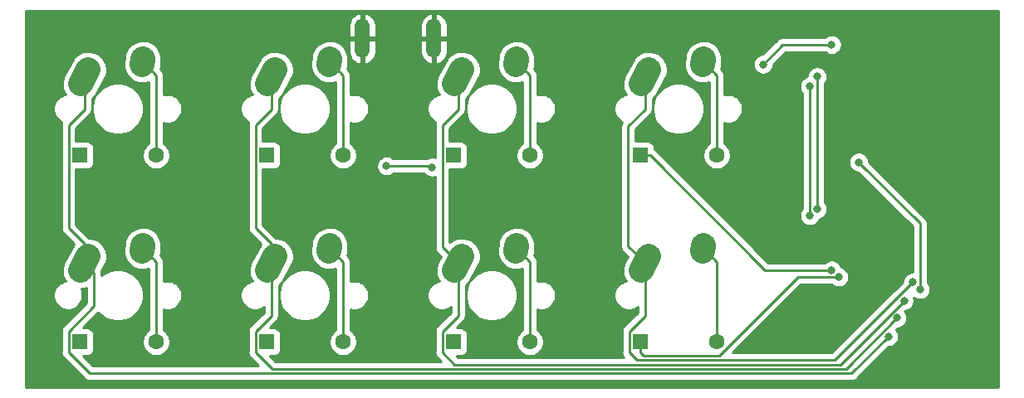
<source format=gtl>
G04 #@! TF.GenerationSoftware,KiCad,Pcbnew,(5.1.0-0)*
G04 #@! TF.CreationDate,2019-03-21T11:14:00-04:00*
G04 #@! TF.ProjectId,keeb2x4,6b656562-3278-4342-9e6b-696361645f70,rev?*
G04 #@! TF.SameCoordinates,Original*
G04 #@! TF.FileFunction,Copper,L1,Top*
G04 #@! TF.FilePolarity,Positive*
%FSLAX46Y46*%
G04 Gerber Fmt 4.6, Leading zero omitted, Abs format (unit mm)*
G04 Created by KiCad (PCBNEW (5.1.0-0)) date 2019-03-21 11:14:00*
%MOMM*%
%LPD*%
G04 APERTURE LIST*
%ADD10C,1.600000*%
%ADD11R,1.600000X1.600000*%
%ADD12O,1.500000X4.000000*%
%ADD13C,2.500000*%
%ADD14C,2.500000*%
%ADD15C,0.800000*%
%ADD16C,0.250000*%
%ADD17C,0.254000*%
G04 APERTURE END LIST*
D10*
X39618750Y-64293750D03*
D11*
X31818750Y-64293750D03*
X31818750Y-83343750D03*
D10*
X39618750Y-83343750D03*
X58668750Y-64293750D03*
D11*
X50868750Y-64293750D03*
X50868750Y-83343750D03*
D10*
X58668750Y-83343750D03*
X77718750Y-64293750D03*
D11*
X69918750Y-64293750D03*
X69918750Y-83343750D03*
D10*
X77718750Y-83343750D03*
X96768750Y-64293750D03*
D11*
X88968750Y-64293750D03*
X88968750Y-83343750D03*
D10*
X96768750Y-83343750D03*
D12*
X60643750Y-52368750D03*
X67943750Y-52368750D03*
D13*
X32313750Y-56261250D03*
D14*
X32719203Y-55531296D02*
X31908297Y-56991204D01*
D13*
X38238750Y-54741250D03*
D14*
X38258474Y-54451922D02*
X38219026Y-55030578D01*
D13*
X38238750Y-73791250D03*
D14*
X38258474Y-73501922D02*
X38219026Y-74080578D01*
D13*
X32313750Y-75311250D03*
D14*
X32719203Y-74581296D02*
X31908297Y-76041204D01*
D13*
X51363750Y-56261250D03*
D14*
X51769203Y-55531296D02*
X50958297Y-56991204D01*
D13*
X57288750Y-54741250D03*
D14*
X57308474Y-54451922D02*
X57269026Y-55030578D01*
D13*
X57288750Y-73791250D03*
D14*
X57308474Y-73501922D02*
X57269026Y-74080578D01*
D13*
X51363750Y-75311250D03*
D14*
X51769203Y-74581296D02*
X50958297Y-76041204D01*
D13*
X70413750Y-56261250D03*
D14*
X70819203Y-55531296D02*
X70008297Y-56991204D01*
D13*
X76338750Y-54741250D03*
D14*
X76358474Y-54451922D02*
X76319026Y-55030578D01*
D13*
X76338750Y-73791250D03*
D14*
X76358474Y-73501922D02*
X76319026Y-74080578D01*
D13*
X70413750Y-75311250D03*
D14*
X70819203Y-74581296D02*
X70008297Y-76041204D01*
D13*
X95388750Y-54741250D03*
D14*
X95408474Y-54451922D02*
X95369026Y-55030578D01*
D13*
X89463750Y-56261250D03*
D14*
X89869203Y-55531296D02*
X89058297Y-56991204D01*
D13*
X89463750Y-75311250D03*
D14*
X89869203Y-74581296D02*
X89058297Y-76041204D01*
D13*
X95388750Y-73791250D03*
D14*
X95408474Y-73501922D02*
X95369026Y-74080578D01*
D15*
X105225000Y-55000000D03*
X108250000Y-55000000D03*
X122000000Y-67000000D03*
X121659222Y-64409222D03*
X111065778Y-71815778D03*
X110250000Y-70250000D03*
X108500000Y-76000000D03*
X63112347Y-65387653D03*
X67750000Y-65500000D03*
X109207108Y-76725000D03*
X101500000Y-55000000D03*
X108500000Y-53000000D03*
X114287959Y-82787959D03*
X115150306Y-80900306D03*
X115887653Y-79137653D03*
X116750000Y-77250000D03*
X117500000Y-78000000D03*
X111250000Y-65000000D03*
X106250000Y-57250000D03*
X106250000Y-57250000D03*
X106270462Y-70465192D03*
X107000000Y-56250000D03*
X107000000Y-69781250D03*
D16*
X105225000Y-55000000D02*
X108250000Y-55000000D01*
X122000000Y-67000000D02*
X122000000Y-64750000D01*
X122000000Y-64750000D02*
X121659222Y-64409222D01*
X111065778Y-71065778D02*
X110250000Y-70250000D01*
X111065778Y-71815778D02*
X111065778Y-71065778D01*
X39618750Y-56121250D02*
X38238750Y-54741250D01*
X39618750Y-64293750D02*
X39618750Y-56121250D01*
X90018750Y-64293750D02*
X101725000Y-76000000D01*
X88968750Y-64293750D02*
X90018750Y-64293750D01*
X101725000Y-76000000D02*
X108500000Y-76000000D01*
X67637653Y-65387653D02*
X67750000Y-65500000D01*
X63112347Y-65387653D02*
X67637653Y-65387653D01*
X39618750Y-75171250D02*
X38238750Y-73791250D01*
X39618750Y-83343750D02*
X39618750Y-75171250D01*
X88968750Y-84393750D02*
X89325000Y-84750000D01*
X88968750Y-83343750D02*
X88968750Y-84393750D01*
X105052502Y-76725000D02*
X109207108Y-76725000D01*
X97027502Y-84750000D02*
X105052502Y-76725000D01*
X89325000Y-84750000D02*
X97027502Y-84750000D01*
X58668750Y-56121250D02*
X57288750Y-54741250D01*
X58668750Y-64293750D02*
X58668750Y-56121250D01*
X58668750Y-75171250D02*
X57288750Y-73791250D01*
X58668750Y-83343750D02*
X58668750Y-75171250D01*
X77718750Y-56121250D02*
X76338750Y-54741250D01*
X77718750Y-64293750D02*
X77718750Y-56121250D01*
X77718750Y-75171250D02*
X76338750Y-73791250D01*
X77718750Y-83343750D02*
X77718750Y-75171250D01*
X96768750Y-56121250D02*
X95388750Y-54741250D01*
X96768750Y-64293750D02*
X96768750Y-56121250D01*
X96768750Y-75171250D02*
X95388750Y-73791250D01*
X96768750Y-83343750D02*
X96768750Y-75171250D01*
X101500000Y-55000000D02*
X103500000Y-53000000D01*
X103500000Y-53000000D02*
X108500000Y-53000000D01*
X32313750Y-58270428D02*
X32313750Y-56261250D01*
X32313750Y-59596584D02*
X32313750Y-58270428D01*
X30693749Y-61216585D02*
X32313750Y-59596584D01*
X30693749Y-71682071D02*
X30693749Y-61216585D01*
X32313750Y-73302072D02*
X30693749Y-71682071D01*
X32313750Y-75311250D02*
X32313750Y-73302072D01*
X30693749Y-84403751D02*
X32840038Y-86550040D01*
X30693749Y-82283749D02*
X30693749Y-84403751D01*
X33303734Y-79673764D02*
X30693749Y-82283749D01*
X33303734Y-76301234D02*
X33303734Y-79673764D01*
X32313750Y-75311250D02*
X33303734Y-76301234D01*
X110525878Y-86550040D02*
X114287959Y-82787959D01*
X32840038Y-86550040D02*
X110525878Y-86550040D01*
X51363750Y-58270428D02*
X51363750Y-56261250D01*
X51363750Y-59596584D02*
X51363750Y-58270428D01*
X49743749Y-61216585D02*
X51363750Y-59596584D01*
X49743749Y-71682071D02*
X49743749Y-61216585D01*
X51363750Y-73302072D02*
X49743749Y-71682071D01*
X51363750Y-75311250D02*
X51363750Y-73302072D01*
X49743749Y-84403751D02*
X51440028Y-86100030D01*
X49743749Y-82283749D02*
X49743749Y-84403751D01*
X51363750Y-80663748D02*
X49743749Y-82283749D01*
X51363750Y-75311250D02*
X51363750Y-80663748D01*
X109950582Y-86100030D02*
X115150306Y-80900306D01*
X51440028Y-86100030D02*
X109950582Y-86100030D01*
X70413750Y-59596584D02*
X70413750Y-58270428D01*
X68793749Y-61216585D02*
X70413750Y-59596584D01*
X70413750Y-58270428D02*
X70413750Y-56261250D01*
X68793749Y-73691249D02*
X68793749Y-61216585D01*
X70413750Y-75311250D02*
X68793749Y-73691249D01*
X68793749Y-84403751D02*
X70040018Y-85650020D01*
X68793749Y-82283749D02*
X68793749Y-84403751D01*
X70413750Y-80663748D02*
X68793749Y-82283749D01*
X70413750Y-75311250D02*
X70413750Y-80663748D01*
X109375286Y-85650020D02*
X115887653Y-79137653D01*
X70040018Y-85650020D02*
X109375286Y-85650020D01*
X89463750Y-58270428D02*
X89463750Y-56261250D01*
X89463750Y-59596584D02*
X89463750Y-58270428D01*
X87750000Y-61310334D02*
X89463750Y-59596584D01*
X87750000Y-73597500D02*
X87750000Y-61310334D01*
X89463750Y-75311250D02*
X87750000Y-73597500D01*
X108799990Y-85200010D02*
X116750000Y-77250000D01*
X87843749Y-84403751D02*
X88640008Y-85200010D01*
X87843749Y-82283749D02*
X87843749Y-84403751D01*
X88640008Y-85200010D02*
X108799990Y-85200010D01*
X89463750Y-80663748D02*
X87843749Y-82283749D01*
X89463750Y-75311250D02*
X89463750Y-80663748D01*
X117500000Y-78000000D02*
X117500000Y-71250000D01*
X117500000Y-71250000D02*
X111250000Y-65000000D01*
X106250000Y-57250000D02*
X106250000Y-62250000D01*
X106250000Y-62250000D02*
X106250000Y-65250000D01*
X106250000Y-65250000D02*
X106250000Y-69500000D01*
X106250000Y-70444730D02*
X106270462Y-70465192D01*
X106250000Y-69500000D02*
X106250000Y-70444730D01*
X107000000Y-69750000D02*
X107000000Y-69781250D01*
X107000000Y-56250000D02*
X107000000Y-69750000D01*
D17*
G36*
X125484043Y-87979324D02*
G01*
X26320772Y-87979324D01*
X26320772Y-59384902D01*
X29152850Y-59384902D01*
X29152850Y-59677598D01*
X29209952Y-59964671D01*
X29321962Y-60235088D01*
X29484576Y-60478456D01*
X29691544Y-60685424D01*
X29934912Y-60848038D01*
X30011934Y-60879941D01*
X29988203Y-60924339D01*
X29944747Y-61067600D01*
X29930073Y-61216585D01*
X29933750Y-61253917D01*
X29933749Y-71644749D01*
X29930073Y-71682071D01*
X29933749Y-71719393D01*
X29933749Y-71719403D01*
X29944746Y-71831056D01*
X29961102Y-71884974D01*
X29988203Y-71974317D01*
X30058775Y-72106347D01*
X30098620Y-72154897D01*
X30153748Y-72222072D01*
X30182751Y-72245874D01*
X31283996Y-73347120D01*
X31274618Y-73356200D01*
X31116306Y-73585044D01*
X30215475Y-75206848D01*
X30104850Y-75462181D01*
X30026541Y-75825142D01*
X30020547Y-76196406D01*
X30087098Y-76561705D01*
X30223636Y-76907002D01*
X30361882Y-77121312D01*
X30205329Y-77152452D01*
X29934912Y-77264462D01*
X29691544Y-77427076D01*
X29484576Y-77634044D01*
X29321962Y-77877412D01*
X29209952Y-78147829D01*
X29152850Y-78434902D01*
X29152850Y-78727598D01*
X29209952Y-79014671D01*
X29321962Y-79285088D01*
X29484576Y-79528456D01*
X29691544Y-79735424D01*
X29934912Y-79898038D01*
X30205329Y-80010048D01*
X30492402Y-80067150D01*
X30785098Y-80067150D01*
X31072171Y-80010048D01*
X31342588Y-79898038D01*
X31585956Y-79735424D01*
X31792924Y-79528456D01*
X31955538Y-79285088D01*
X32067548Y-79014671D01*
X32124650Y-78727598D01*
X32124650Y-78434902D01*
X32067548Y-78147829D01*
X31976304Y-77927546D01*
X32063499Y-77928954D01*
X32428798Y-77862403D01*
X32543734Y-77816955D01*
X32543735Y-79358961D01*
X30182752Y-81719945D01*
X30153748Y-81743748D01*
X30098620Y-81810923D01*
X30058775Y-81859473D01*
X30002959Y-81963897D01*
X29988203Y-81991503D01*
X29944746Y-82134764D01*
X29933749Y-82246417D01*
X29933749Y-82246427D01*
X29930073Y-82283749D01*
X29933749Y-82321072D01*
X29933750Y-84366419D01*
X29930073Y-84403751D01*
X29944747Y-84552736D01*
X29988203Y-84695997D01*
X30058775Y-84828027D01*
X30124214Y-84907764D01*
X30153749Y-84943752D01*
X30182747Y-84967550D01*
X32276239Y-87061043D01*
X32300037Y-87090041D01*
X32329035Y-87113839D01*
X32415761Y-87185014D01*
X32547791Y-87255586D01*
X32691052Y-87299043D01*
X32802705Y-87310040D01*
X32802715Y-87310040D01*
X32840037Y-87313716D01*
X32877360Y-87310040D01*
X110488556Y-87310040D01*
X110525878Y-87313716D01*
X110563200Y-87310040D01*
X110563211Y-87310040D01*
X110674864Y-87299043D01*
X110818125Y-87255586D01*
X110950154Y-87185014D01*
X111065879Y-87090041D01*
X111089682Y-87061037D01*
X114327761Y-83822959D01*
X114389898Y-83822959D01*
X114589857Y-83783185D01*
X114778215Y-83705164D01*
X114947733Y-83591896D01*
X115091896Y-83447733D01*
X115205164Y-83278215D01*
X115283185Y-83089857D01*
X115322959Y-82889898D01*
X115322959Y-82686020D01*
X115283185Y-82486061D01*
X115205164Y-82297703D01*
X115091896Y-82128185D01*
X115044562Y-82080851D01*
X115190108Y-81935306D01*
X115252245Y-81935306D01*
X115452204Y-81895532D01*
X115640562Y-81817511D01*
X115810080Y-81704243D01*
X115954243Y-81560080D01*
X116067511Y-81390562D01*
X116145532Y-81202204D01*
X116185306Y-81002245D01*
X116185306Y-80798367D01*
X116145532Y-80598408D01*
X116067511Y-80410050D01*
X115954243Y-80240532D01*
X115906909Y-80193198D01*
X115927455Y-80172653D01*
X115989592Y-80172653D01*
X116189551Y-80132879D01*
X116377909Y-80054858D01*
X116547427Y-79941590D01*
X116691590Y-79797427D01*
X116804858Y-79627909D01*
X116882879Y-79439551D01*
X116922653Y-79239592D01*
X116922653Y-79035714D01*
X116882879Y-78835755D01*
X116880979Y-78831167D01*
X117009744Y-78917205D01*
X117198102Y-78995226D01*
X117398061Y-79035000D01*
X117601939Y-79035000D01*
X117801898Y-78995226D01*
X117990256Y-78917205D01*
X118159774Y-78803937D01*
X118303937Y-78659774D01*
X118417205Y-78490256D01*
X118495226Y-78301898D01*
X118535000Y-78101939D01*
X118535000Y-77898061D01*
X118495226Y-77698102D01*
X118417205Y-77509744D01*
X118303937Y-77340226D01*
X118260000Y-77296289D01*
X118260000Y-71287325D01*
X118263676Y-71250000D01*
X118260000Y-71212675D01*
X118260000Y-71212667D01*
X118249003Y-71101014D01*
X118205546Y-70957753D01*
X118134974Y-70825724D01*
X118040001Y-70709999D01*
X118011003Y-70686201D01*
X112285000Y-64960199D01*
X112285000Y-64898061D01*
X112245226Y-64698102D01*
X112167205Y-64509744D01*
X112053937Y-64340226D01*
X111909774Y-64196063D01*
X111740256Y-64082795D01*
X111551898Y-64004774D01*
X111351939Y-63965000D01*
X111148061Y-63965000D01*
X110948102Y-64004774D01*
X110759744Y-64082795D01*
X110590226Y-64196063D01*
X110446063Y-64340226D01*
X110332795Y-64509744D01*
X110254774Y-64698102D01*
X110215000Y-64898061D01*
X110215000Y-65101939D01*
X110254774Y-65301898D01*
X110332795Y-65490256D01*
X110446063Y-65659774D01*
X110590226Y-65803937D01*
X110759744Y-65917205D01*
X110948102Y-65995226D01*
X111148061Y-66035000D01*
X111210199Y-66035000D01*
X116740001Y-71564803D01*
X116740000Y-76215000D01*
X116648061Y-76215000D01*
X116448102Y-76254774D01*
X116259744Y-76332795D01*
X116090226Y-76446063D01*
X115946063Y-76590226D01*
X115832795Y-76759744D01*
X115754774Y-76948102D01*
X115715000Y-77148061D01*
X115715000Y-77210198D01*
X108485189Y-84440010D01*
X98412293Y-84440010D01*
X105367304Y-77485000D01*
X108503397Y-77485000D01*
X108547334Y-77528937D01*
X108716852Y-77642205D01*
X108905210Y-77720226D01*
X109105169Y-77760000D01*
X109309047Y-77760000D01*
X109509006Y-77720226D01*
X109697364Y-77642205D01*
X109866882Y-77528937D01*
X110011045Y-77384774D01*
X110124313Y-77215256D01*
X110202334Y-77026898D01*
X110242108Y-76826939D01*
X110242108Y-76623061D01*
X110202334Y-76423102D01*
X110124313Y-76234744D01*
X110011045Y-76065226D01*
X109866882Y-75921063D01*
X109697364Y-75807795D01*
X109509006Y-75729774D01*
X109501218Y-75728225D01*
X109495226Y-75698102D01*
X109417205Y-75509744D01*
X109303937Y-75340226D01*
X109159774Y-75196063D01*
X108990256Y-75082795D01*
X108801898Y-75004774D01*
X108601939Y-74965000D01*
X108398061Y-74965000D01*
X108198102Y-75004774D01*
X108009744Y-75082795D01*
X107840226Y-75196063D01*
X107796289Y-75240000D01*
X102039802Y-75240000D01*
X90582554Y-63782753D01*
X90558751Y-63753749D01*
X90443026Y-63658776D01*
X90406822Y-63639424D01*
X90406822Y-63493750D01*
X90394562Y-63369268D01*
X90358252Y-63249570D01*
X90299287Y-63139256D01*
X90219935Y-63042565D01*
X90123244Y-62963213D01*
X90012930Y-62904248D01*
X89893232Y-62867938D01*
X89768750Y-62855678D01*
X88510000Y-62855678D01*
X88510000Y-61625135D01*
X89974759Y-60160378D01*
X90003751Y-60136585D01*
X90027545Y-60107592D01*
X90027549Y-60107588D01*
X90098723Y-60020861D01*
X90098724Y-60020860D01*
X90169296Y-59888831D01*
X90212753Y-59745570D01*
X90223750Y-59633917D01*
X90223750Y-59633908D01*
X90227426Y-59596585D01*
X90223750Y-59559262D01*
X90223750Y-59272326D01*
X90239850Y-59272326D01*
X90239850Y-59790174D01*
X90340877Y-60298072D01*
X90539049Y-60776501D01*
X90826750Y-61207076D01*
X91192924Y-61573250D01*
X91623499Y-61860951D01*
X92101928Y-62059123D01*
X92609826Y-62160150D01*
X93127674Y-62160150D01*
X93635572Y-62059123D01*
X94114001Y-61860951D01*
X94544576Y-61573250D01*
X94910750Y-61207076D01*
X95198451Y-60776501D01*
X95396623Y-60298072D01*
X95497650Y-59790174D01*
X95497650Y-59272326D01*
X95396623Y-58764428D01*
X95198451Y-58285999D01*
X94910750Y-57855424D01*
X94544576Y-57489250D01*
X94114001Y-57201549D01*
X93635572Y-57003377D01*
X93127674Y-56902350D01*
X92609826Y-56902350D01*
X92101928Y-57003377D01*
X91623499Y-57201549D01*
X91192924Y-57489250D01*
X90826750Y-57855424D01*
X90539049Y-58285999D01*
X90340877Y-58764428D01*
X90239850Y-59272326D01*
X90223750Y-59272326D01*
X90223750Y-58482565D01*
X90236121Y-58474585D01*
X90502882Y-58216300D01*
X90661194Y-57987456D01*
X91562025Y-56365653D01*
X91672650Y-56110320D01*
X91750959Y-55747359D01*
X91756953Y-55376094D01*
X91690402Y-55010795D01*
X91684060Y-54994755D01*
X93482094Y-54994755D01*
X93490471Y-55272895D01*
X93573840Y-55634727D01*
X93726198Y-55973342D01*
X93941689Y-56275727D01*
X94212031Y-56530261D01*
X94526837Y-56727165D01*
X94874007Y-56858868D01*
X95240200Y-56920311D01*
X95611343Y-56909133D01*
X95973175Y-56825764D01*
X96008751Y-56809757D01*
X96008750Y-63075706D01*
X95853991Y-63179113D01*
X95654113Y-63378991D01*
X95497070Y-63614023D01*
X95388897Y-63875176D01*
X95333750Y-64152415D01*
X95333750Y-64435085D01*
X95388897Y-64712324D01*
X95497070Y-64973477D01*
X95654113Y-65208509D01*
X95853991Y-65408387D01*
X96089023Y-65565430D01*
X96350176Y-65673603D01*
X96627415Y-65728750D01*
X96910085Y-65728750D01*
X97187324Y-65673603D01*
X97448477Y-65565430D01*
X97683509Y-65408387D01*
X97883387Y-65208509D01*
X98040430Y-64973477D01*
X98148603Y-64712324D01*
X98203750Y-64435085D01*
X98203750Y-64152415D01*
X98148603Y-63875176D01*
X98040430Y-63614023D01*
X97883387Y-63378991D01*
X97683509Y-63179113D01*
X97528750Y-63075707D01*
X97528750Y-60962718D01*
X97802402Y-61017150D01*
X98095098Y-61017150D01*
X98382171Y-60960048D01*
X98652588Y-60848038D01*
X98895956Y-60685424D01*
X99102924Y-60478456D01*
X99265538Y-60235088D01*
X99377548Y-59964671D01*
X99434650Y-59677598D01*
X99434650Y-59384902D01*
X99377548Y-59097829D01*
X99265538Y-58827412D01*
X99102924Y-58584044D01*
X98895956Y-58377076D01*
X98652588Y-58214462D01*
X98382171Y-58102452D01*
X98095098Y-58045350D01*
X97802402Y-58045350D01*
X97528750Y-58099782D01*
X97528750Y-57148061D01*
X105215000Y-57148061D01*
X105215000Y-57351939D01*
X105254774Y-57551898D01*
X105332795Y-57740256D01*
X105446063Y-57909774D01*
X105490000Y-57953711D01*
X105490001Y-62212658D01*
X105490000Y-62212668D01*
X105490001Y-65212658D01*
X105490000Y-65212668D01*
X105490001Y-69462658D01*
X105490000Y-69462668D01*
X105490000Y-69781943D01*
X105466525Y-69805418D01*
X105353257Y-69974936D01*
X105275236Y-70163294D01*
X105235462Y-70363253D01*
X105235462Y-70567131D01*
X105275236Y-70767090D01*
X105353257Y-70955448D01*
X105466525Y-71124966D01*
X105610688Y-71269129D01*
X105780206Y-71382397D01*
X105968564Y-71460418D01*
X106168523Y-71500192D01*
X106372401Y-71500192D01*
X106572360Y-71460418D01*
X106760718Y-71382397D01*
X106930236Y-71269129D01*
X107074399Y-71124966D01*
X107187667Y-70955448D01*
X107258200Y-70785168D01*
X107301898Y-70776476D01*
X107490256Y-70698455D01*
X107659774Y-70585187D01*
X107803937Y-70441024D01*
X107917205Y-70271506D01*
X107995226Y-70083148D01*
X108035000Y-69883189D01*
X108035000Y-69679311D01*
X107995226Y-69479352D01*
X107917205Y-69290994D01*
X107803937Y-69121476D01*
X107760000Y-69077539D01*
X107760000Y-56953711D01*
X107803937Y-56909774D01*
X107917205Y-56740256D01*
X107995226Y-56551898D01*
X108035000Y-56351939D01*
X108035000Y-56148061D01*
X107995226Y-55948102D01*
X107917205Y-55759744D01*
X107803937Y-55590226D01*
X107659774Y-55446063D01*
X107490256Y-55332795D01*
X107301898Y-55254774D01*
X107101939Y-55215000D01*
X106898061Y-55215000D01*
X106698102Y-55254774D01*
X106509744Y-55332795D01*
X106340226Y-55446063D01*
X106196063Y-55590226D01*
X106082795Y-55759744D01*
X106004774Y-55948102D01*
X105965000Y-56148061D01*
X105965000Y-56251413D01*
X105948102Y-56254774D01*
X105759744Y-56332795D01*
X105590226Y-56446063D01*
X105446063Y-56590226D01*
X105332795Y-56759744D01*
X105254774Y-56948102D01*
X105215000Y-57148061D01*
X97528750Y-57148061D01*
X97528750Y-56158575D01*
X97532426Y-56121250D01*
X97528750Y-56083925D01*
X97528750Y-56083917D01*
X97517753Y-55972264D01*
X97474296Y-55829003D01*
X97403724Y-55696974D01*
X97308751Y-55581249D01*
X97279753Y-55557451D01*
X97204584Y-55482282D01*
X97243363Y-55251166D01*
X97267434Y-54898061D01*
X100465000Y-54898061D01*
X100465000Y-55101939D01*
X100504774Y-55301898D01*
X100582795Y-55490256D01*
X100696063Y-55659774D01*
X100840226Y-55803937D01*
X101009744Y-55917205D01*
X101198102Y-55995226D01*
X101398061Y-56035000D01*
X101601939Y-56035000D01*
X101801898Y-55995226D01*
X101990256Y-55917205D01*
X102159774Y-55803937D01*
X102303937Y-55659774D01*
X102417205Y-55490256D01*
X102495226Y-55301898D01*
X102535000Y-55101939D01*
X102535000Y-55039801D01*
X103814802Y-53760000D01*
X107796289Y-53760000D01*
X107840226Y-53803937D01*
X108009744Y-53917205D01*
X108198102Y-53995226D01*
X108398061Y-54035000D01*
X108601939Y-54035000D01*
X108801898Y-53995226D01*
X108990256Y-53917205D01*
X109159774Y-53803937D01*
X109303937Y-53659774D01*
X109417205Y-53490256D01*
X109495226Y-53301898D01*
X109535000Y-53101939D01*
X109535000Y-52898061D01*
X109495226Y-52698102D01*
X109417205Y-52509744D01*
X109303937Y-52340226D01*
X109159774Y-52196063D01*
X108990256Y-52082795D01*
X108801898Y-52004774D01*
X108601939Y-51965000D01*
X108398061Y-51965000D01*
X108198102Y-52004774D01*
X108009744Y-52082795D01*
X107840226Y-52196063D01*
X107796289Y-52240000D01*
X103537322Y-52240000D01*
X103499999Y-52236324D01*
X103462676Y-52240000D01*
X103462667Y-52240000D01*
X103351014Y-52250997D01*
X103207753Y-52294454D01*
X103075723Y-52365026D01*
X102992083Y-52433668D01*
X102959999Y-52459999D01*
X102936201Y-52488997D01*
X101460199Y-53965000D01*
X101398061Y-53965000D01*
X101198102Y-54004774D01*
X101009744Y-54082795D01*
X100840226Y-54196063D01*
X100696063Y-54340226D01*
X100582795Y-54509744D01*
X100504774Y-54698102D01*
X100465000Y-54898061D01*
X97267434Y-54898061D01*
X97295406Y-54487746D01*
X97287029Y-54209605D01*
X97203660Y-53847773D01*
X97051302Y-53509158D01*
X96835811Y-53206773D01*
X96565469Y-52952239D01*
X96250663Y-52755336D01*
X95903493Y-52623632D01*
X95537300Y-52562189D01*
X95166157Y-52573367D01*
X94804325Y-52656736D01*
X94465710Y-52809094D01*
X94163325Y-53024585D01*
X93908791Y-53294927D01*
X93711887Y-53609733D01*
X93580184Y-53956903D01*
X93534137Y-54231334D01*
X93482094Y-54994755D01*
X91684060Y-54994755D01*
X91553864Y-54665498D01*
X91352584Y-54353472D01*
X91094299Y-54086711D01*
X90788935Y-53875464D01*
X90448226Y-53727849D01*
X90085265Y-53649540D01*
X89714000Y-53643546D01*
X89348701Y-53710097D01*
X89003405Y-53846635D01*
X88691379Y-54047915D01*
X88424618Y-54306200D01*
X88266306Y-54535044D01*
X87365475Y-56156848D01*
X87254850Y-56412181D01*
X87176541Y-56775142D01*
X87170547Y-57146406D01*
X87237098Y-57511705D01*
X87373636Y-57857002D01*
X87511882Y-58071312D01*
X87355329Y-58102452D01*
X87084912Y-58214462D01*
X86841544Y-58377076D01*
X86634576Y-58584044D01*
X86471962Y-58827412D01*
X86359952Y-59097829D01*
X86302850Y-59384902D01*
X86302850Y-59677598D01*
X86359952Y-59964671D01*
X86471962Y-60235088D01*
X86634576Y-60478456D01*
X86841544Y-60685424D01*
X87084912Y-60848038D01*
X87130673Y-60866993D01*
X87115026Y-60886058D01*
X87044454Y-61018088D01*
X87000998Y-61161349D01*
X86986324Y-61310334D01*
X86990001Y-61347666D01*
X86990000Y-73560178D01*
X86986324Y-73597500D01*
X86990000Y-73634822D01*
X86990000Y-73634832D01*
X87000997Y-73746485D01*
X87037212Y-73865871D01*
X87044454Y-73889746D01*
X87115026Y-74021776D01*
X87151113Y-74065748D01*
X87209999Y-74137501D01*
X87239002Y-74161303D01*
X87693675Y-74615976D01*
X87365475Y-75206848D01*
X87254850Y-75462181D01*
X87176541Y-75825142D01*
X87170547Y-76196406D01*
X87237098Y-76561705D01*
X87373636Y-76907002D01*
X87511882Y-77121312D01*
X87355329Y-77152452D01*
X87084912Y-77264462D01*
X86841544Y-77427076D01*
X86634576Y-77634044D01*
X86471962Y-77877412D01*
X86359952Y-78147829D01*
X86302850Y-78434902D01*
X86302850Y-78727598D01*
X86359952Y-79014671D01*
X86471962Y-79285088D01*
X86634576Y-79528456D01*
X86841544Y-79735424D01*
X87084912Y-79898038D01*
X87355329Y-80010048D01*
X87642402Y-80067150D01*
X87935098Y-80067150D01*
X88222171Y-80010048D01*
X88492588Y-79898038D01*
X88703751Y-79756943D01*
X88703751Y-80348944D01*
X87332751Y-81719946D01*
X87303748Y-81743748D01*
X87248620Y-81810923D01*
X87208775Y-81859473D01*
X87152959Y-81963897D01*
X87138203Y-81991503D01*
X87094746Y-82134764D01*
X87083749Y-82246417D01*
X87083749Y-82246427D01*
X87080073Y-82283749D01*
X87083749Y-82321072D01*
X87083750Y-84366419D01*
X87080073Y-84403751D01*
X87094747Y-84552736D01*
X87138203Y-84695997D01*
X87208775Y-84828027D01*
X87259652Y-84890020D01*
X70354820Y-84890020D01*
X70246622Y-84781822D01*
X70718750Y-84781822D01*
X70843232Y-84769562D01*
X70962930Y-84733252D01*
X71073244Y-84674287D01*
X71169935Y-84594935D01*
X71249287Y-84498244D01*
X71308252Y-84387930D01*
X71344562Y-84268232D01*
X71356822Y-84143750D01*
X71356822Y-82543750D01*
X71344562Y-82419268D01*
X71308252Y-82299570D01*
X71249287Y-82189256D01*
X71169935Y-82092565D01*
X71073244Y-82013213D01*
X70962930Y-81954248D01*
X70843232Y-81917938D01*
X70718750Y-81905678D01*
X70246622Y-81905678D01*
X70924758Y-81227543D01*
X70953751Y-81203749D01*
X70977545Y-81174756D01*
X70977549Y-81174752D01*
X71048723Y-81088025D01*
X71094574Y-81002245D01*
X71119296Y-80955995D01*
X71162753Y-80812734D01*
X71173750Y-80701081D01*
X71173750Y-80701072D01*
X71177426Y-80663749D01*
X71173750Y-80626426D01*
X71173750Y-78322326D01*
X71189850Y-78322326D01*
X71189850Y-78840174D01*
X71290877Y-79348072D01*
X71489049Y-79826501D01*
X71776750Y-80257076D01*
X72142924Y-80623250D01*
X72573499Y-80910951D01*
X73051928Y-81109123D01*
X73559826Y-81210150D01*
X74077674Y-81210150D01*
X74585572Y-81109123D01*
X75064001Y-80910951D01*
X75494576Y-80623250D01*
X75860750Y-80257076D01*
X76148451Y-79826501D01*
X76346623Y-79348072D01*
X76447650Y-78840174D01*
X76447650Y-78322326D01*
X76346623Y-77814428D01*
X76148451Y-77335999D01*
X75860750Y-76905424D01*
X75494576Y-76539250D01*
X75064001Y-76251549D01*
X74585572Y-76053377D01*
X74077674Y-75952350D01*
X73559826Y-75952350D01*
X73051928Y-76053377D01*
X72573499Y-76251549D01*
X72142924Y-76539250D01*
X71776750Y-76905424D01*
X71489049Y-77335999D01*
X71290877Y-77814428D01*
X71189850Y-78322326D01*
X71173750Y-78322326D01*
X71173750Y-77532565D01*
X71186121Y-77524585D01*
X71452882Y-77266300D01*
X71611194Y-77037456D01*
X72512025Y-75415653D01*
X72622650Y-75160320D01*
X72700959Y-74797359D01*
X72706953Y-74426094D01*
X72640402Y-74060795D01*
X72634060Y-74044755D01*
X74432094Y-74044755D01*
X74440471Y-74322895D01*
X74523840Y-74684727D01*
X74676198Y-75023342D01*
X74891689Y-75325727D01*
X75162031Y-75580261D01*
X75476837Y-75777165D01*
X75824007Y-75908868D01*
X76190200Y-75970311D01*
X76561343Y-75959133D01*
X76923175Y-75875764D01*
X76958751Y-75859757D01*
X76958750Y-82125706D01*
X76803991Y-82229113D01*
X76604113Y-82428991D01*
X76447070Y-82664023D01*
X76338897Y-82925176D01*
X76283750Y-83202415D01*
X76283750Y-83485085D01*
X76338897Y-83762324D01*
X76447070Y-84023477D01*
X76604113Y-84258509D01*
X76803991Y-84458387D01*
X77039023Y-84615430D01*
X77300176Y-84723603D01*
X77577415Y-84778750D01*
X77860085Y-84778750D01*
X78137324Y-84723603D01*
X78398477Y-84615430D01*
X78633509Y-84458387D01*
X78833387Y-84258509D01*
X78990430Y-84023477D01*
X79098603Y-83762324D01*
X79153750Y-83485085D01*
X79153750Y-83202415D01*
X79098603Y-82925176D01*
X78990430Y-82664023D01*
X78833387Y-82428991D01*
X78633509Y-82229113D01*
X78478750Y-82125707D01*
X78478750Y-80012718D01*
X78752402Y-80067150D01*
X79045098Y-80067150D01*
X79332171Y-80010048D01*
X79602588Y-79898038D01*
X79845956Y-79735424D01*
X80052924Y-79528456D01*
X80215538Y-79285088D01*
X80327548Y-79014671D01*
X80384650Y-78727598D01*
X80384650Y-78434902D01*
X80327548Y-78147829D01*
X80215538Y-77877412D01*
X80052924Y-77634044D01*
X79845956Y-77427076D01*
X79602588Y-77264462D01*
X79332171Y-77152452D01*
X79045098Y-77095350D01*
X78752402Y-77095350D01*
X78478750Y-77149782D01*
X78478750Y-75208575D01*
X78482426Y-75171250D01*
X78478750Y-75133925D01*
X78478750Y-75133917D01*
X78467753Y-75022264D01*
X78424296Y-74879003D01*
X78353724Y-74746974D01*
X78258751Y-74631249D01*
X78229753Y-74607451D01*
X78154584Y-74532282D01*
X78193363Y-74301166D01*
X78245406Y-73537746D01*
X78237029Y-73259605D01*
X78153660Y-72897773D01*
X78001302Y-72559158D01*
X77785811Y-72256773D01*
X77515469Y-72002239D01*
X77200663Y-71805336D01*
X76853493Y-71673632D01*
X76487300Y-71612189D01*
X76116157Y-71623367D01*
X75754325Y-71706736D01*
X75415710Y-71859094D01*
X75113325Y-72074585D01*
X74858791Y-72344927D01*
X74661887Y-72659733D01*
X74530184Y-73006903D01*
X74484137Y-73281334D01*
X74432094Y-74044755D01*
X72634060Y-74044755D01*
X72503864Y-73715498D01*
X72302584Y-73403472D01*
X72044299Y-73136711D01*
X71738935Y-72925464D01*
X71398226Y-72777849D01*
X71035265Y-72699540D01*
X70664000Y-72693546D01*
X70298701Y-72760097D01*
X69953405Y-72896635D01*
X69641379Y-73097915D01*
X69553749Y-73182761D01*
X69553749Y-65731822D01*
X70718750Y-65731822D01*
X70843232Y-65719562D01*
X70962930Y-65683252D01*
X71073244Y-65624287D01*
X71169935Y-65544935D01*
X71249287Y-65448244D01*
X71308252Y-65337930D01*
X71344562Y-65218232D01*
X71356822Y-65093750D01*
X71356822Y-63493750D01*
X71344562Y-63369268D01*
X71308252Y-63249570D01*
X71249287Y-63139256D01*
X71169935Y-63042565D01*
X71073244Y-62963213D01*
X70962930Y-62904248D01*
X70843232Y-62867938D01*
X70718750Y-62855678D01*
X69553749Y-62855678D01*
X69553749Y-61531386D01*
X70924759Y-60160378D01*
X70953751Y-60136585D01*
X70977545Y-60107592D01*
X70977549Y-60107588D01*
X71048723Y-60020861D01*
X71048724Y-60020860D01*
X71119296Y-59888831D01*
X71162753Y-59745570D01*
X71173750Y-59633917D01*
X71173750Y-59633908D01*
X71177426Y-59596585D01*
X71173750Y-59559262D01*
X71173750Y-59272326D01*
X71189850Y-59272326D01*
X71189850Y-59790174D01*
X71290877Y-60298072D01*
X71489049Y-60776501D01*
X71776750Y-61207076D01*
X72142924Y-61573250D01*
X72573499Y-61860951D01*
X73051928Y-62059123D01*
X73559826Y-62160150D01*
X74077674Y-62160150D01*
X74585572Y-62059123D01*
X75064001Y-61860951D01*
X75494576Y-61573250D01*
X75860750Y-61207076D01*
X76148451Y-60776501D01*
X76346623Y-60298072D01*
X76447650Y-59790174D01*
X76447650Y-59272326D01*
X76346623Y-58764428D01*
X76148451Y-58285999D01*
X75860750Y-57855424D01*
X75494576Y-57489250D01*
X75064001Y-57201549D01*
X74585572Y-57003377D01*
X74077674Y-56902350D01*
X73559826Y-56902350D01*
X73051928Y-57003377D01*
X72573499Y-57201549D01*
X72142924Y-57489250D01*
X71776750Y-57855424D01*
X71489049Y-58285999D01*
X71290877Y-58764428D01*
X71189850Y-59272326D01*
X71173750Y-59272326D01*
X71173750Y-58482565D01*
X71186121Y-58474585D01*
X71452882Y-58216300D01*
X71611194Y-57987456D01*
X72512025Y-56365653D01*
X72622650Y-56110320D01*
X72700959Y-55747359D01*
X72706953Y-55376094D01*
X72640402Y-55010795D01*
X72634060Y-54994755D01*
X74432094Y-54994755D01*
X74440471Y-55272895D01*
X74523840Y-55634727D01*
X74676198Y-55973342D01*
X74891689Y-56275727D01*
X75162031Y-56530261D01*
X75476837Y-56727165D01*
X75824007Y-56858868D01*
X76190200Y-56920311D01*
X76561343Y-56909133D01*
X76923175Y-56825764D01*
X76958751Y-56809757D01*
X76958750Y-63075706D01*
X76803991Y-63179113D01*
X76604113Y-63378991D01*
X76447070Y-63614023D01*
X76338897Y-63875176D01*
X76283750Y-64152415D01*
X76283750Y-64435085D01*
X76338897Y-64712324D01*
X76447070Y-64973477D01*
X76604113Y-65208509D01*
X76803991Y-65408387D01*
X77039023Y-65565430D01*
X77300176Y-65673603D01*
X77577415Y-65728750D01*
X77860085Y-65728750D01*
X78137324Y-65673603D01*
X78398477Y-65565430D01*
X78633509Y-65408387D01*
X78833387Y-65208509D01*
X78990430Y-64973477D01*
X79098603Y-64712324D01*
X79153750Y-64435085D01*
X79153750Y-64152415D01*
X79098603Y-63875176D01*
X78990430Y-63614023D01*
X78833387Y-63378991D01*
X78633509Y-63179113D01*
X78478750Y-63075707D01*
X78478750Y-60962718D01*
X78752402Y-61017150D01*
X79045098Y-61017150D01*
X79332171Y-60960048D01*
X79602588Y-60848038D01*
X79845956Y-60685424D01*
X80052924Y-60478456D01*
X80215538Y-60235088D01*
X80327548Y-59964671D01*
X80384650Y-59677598D01*
X80384650Y-59384902D01*
X80327548Y-59097829D01*
X80215538Y-58827412D01*
X80052924Y-58584044D01*
X79845956Y-58377076D01*
X79602588Y-58214462D01*
X79332171Y-58102452D01*
X79045098Y-58045350D01*
X78752402Y-58045350D01*
X78478750Y-58099782D01*
X78478750Y-56158575D01*
X78482426Y-56121250D01*
X78478750Y-56083925D01*
X78478750Y-56083917D01*
X78467753Y-55972264D01*
X78424296Y-55829003D01*
X78353724Y-55696974D01*
X78258751Y-55581249D01*
X78229753Y-55557451D01*
X78154584Y-55482282D01*
X78193363Y-55251166D01*
X78245406Y-54487746D01*
X78237029Y-54209605D01*
X78153660Y-53847773D01*
X78001302Y-53509158D01*
X77785811Y-53206773D01*
X77515469Y-52952239D01*
X77200663Y-52755336D01*
X76853493Y-52623632D01*
X76487300Y-52562189D01*
X76116157Y-52573367D01*
X75754325Y-52656736D01*
X75415710Y-52809094D01*
X75113325Y-53024585D01*
X74858791Y-53294927D01*
X74661887Y-53609733D01*
X74530184Y-53956903D01*
X74484137Y-54231334D01*
X74432094Y-54994755D01*
X72634060Y-54994755D01*
X72503864Y-54665498D01*
X72302584Y-54353472D01*
X72044299Y-54086711D01*
X71738935Y-53875464D01*
X71398226Y-53727849D01*
X71035265Y-53649540D01*
X70664000Y-53643546D01*
X70298701Y-53710097D01*
X69953405Y-53846635D01*
X69641379Y-54047915D01*
X69374618Y-54306200D01*
X69216306Y-54535044D01*
X68315475Y-56156848D01*
X68204850Y-56412181D01*
X68126541Y-56775142D01*
X68120547Y-57146406D01*
X68187098Y-57511705D01*
X68323636Y-57857002D01*
X68461882Y-58071312D01*
X68305329Y-58102452D01*
X68034912Y-58214462D01*
X67791544Y-58377076D01*
X67584576Y-58584044D01*
X67421962Y-58827412D01*
X67309952Y-59097829D01*
X67252850Y-59384902D01*
X67252850Y-59677598D01*
X67309952Y-59964671D01*
X67421962Y-60235088D01*
X67584576Y-60478456D01*
X67791544Y-60685424D01*
X68034912Y-60848038D01*
X68111934Y-60879941D01*
X68088203Y-60924339D01*
X68044747Y-61067600D01*
X68030073Y-61216585D01*
X68033750Y-61253917D01*
X68033750Y-64501164D01*
X67851939Y-64465000D01*
X67648061Y-64465000D01*
X67448102Y-64504774D01*
X67259744Y-64582795D01*
X67192609Y-64627653D01*
X63816058Y-64627653D01*
X63772121Y-64583716D01*
X63602603Y-64470448D01*
X63414245Y-64392427D01*
X63214286Y-64352653D01*
X63010408Y-64352653D01*
X62810449Y-64392427D01*
X62622091Y-64470448D01*
X62452573Y-64583716D01*
X62308410Y-64727879D01*
X62195142Y-64897397D01*
X62117121Y-65085755D01*
X62077347Y-65285714D01*
X62077347Y-65489592D01*
X62117121Y-65689551D01*
X62195142Y-65877909D01*
X62308410Y-66047427D01*
X62452573Y-66191590D01*
X62622091Y-66304858D01*
X62810449Y-66382879D01*
X63010408Y-66422653D01*
X63214286Y-66422653D01*
X63414245Y-66382879D01*
X63602603Y-66304858D01*
X63772121Y-66191590D01*
X63816058Y-66147653D01*
X66937964Y-66147653D01*
X66946063Y-66159774D01*
X67090226Y-66303937D01*
X67259744Y-66417205D01*
X67448102Y-66495226D01*
X67648061Y-66535000D01*
X67851939Y-66535000D01*
X68033750Y-66498836D01*
X68033749Y-73653927D01*
X68030073Y-73691249D01*
X68033749Y-73728571D01*
X68033749Y-73728581D01*
X68044746Y-73840234D01*
X68088203Y-73983495D01*
X68158775Y-74115525D01*
X68198620Y-74164075D01*
X68253748Y-74231250D01*
X68282751Y-74255052D01*
X68643675Y-74615976D01*
X68315475Y-75206848D01*
X68204850Y-75462181D01*
X68126541Y-75825142D01*
X68120547Y-76196406D01*
X68187098Y-76561705D01*
X68323636Y-76907002D01*
X68461882Y-77121312D01*
X68305329Y-77152452D01*
X68034912Y-77264462D01*
X67791544Y-77427076D01*
X67584576Y-77634044D01*
X67421962Y-77877412D01*
X67309952Y-78147829D01*
X67252850Y-78434902D01*
X67252850Y-78727598D01*
X67309952Y-79014671D01*
X67421962Y-79285088D01*
X67584576Y-79528456D01*
X67791544Y-79735424D01*
X68034912Y-79898038D01*
X68305329Y-80010048D01*
X68592402Y-80067150D01*
X68885098Y-80067150D01*
X69172171Y-80010048D01*
X69442588Y-79898038D01*
X69653751Y-79756943D01*
X69653751Y-80348944D01*
X68282751Y-81719946D01*
X68253748Y-81743748D01*
X68198620Y-81810923D01*
X68158775Y-81859473D01*
X68102959Y-81963897D01*
X68088203Y-81991503D01*
X68044746Y-82134764D01*
X68033749Y-82246417D01*
X68033749Y-82246427D01*
X68030073Y-82283749D01*
X68033749Y-82321072D01*
X68033750Y-84366419D01*
X68030073Y-84403751D01*
X68044747Y-84552736D01*
X68088203Y-84695997D01*
X68158775Y-84828027D01*
X68224214Y-84907764D01*
X68253749Y-84943752D01*
X68282747Y-84967550D01*
X68655227Y-85340030D01*
X51754830Y-85340030D01*
X51196622Y-84781822D01*
X51668750Y-84781822D01*
X51793232Y-84769562D01*
X51912930Y-84733252D01*
X52023244Y-84674287D01*
X52119935Y-84594935D01*
X52199287Y-84498244D01*
X52258252Y-84387930D01*
X52294562Y-84268232D01*
X52306822Y-84143750D01*
X52306822Y-82543750D01*
X52294562Y-82419268D01*
X52258252Y-82299570D01*
X52199287Y-82189256D01*
X52119935Y-82092565D01*
X52023244Y-82013213D01*
X51912930Y-81954248D01*
X51793232Y-81917938D01*
X51668750Y-81905678D01*
X51196622Y-81905678D01*
X51874758Y-81227543D01*
X51903751Y-81203749D01*
X51927545Y-81174756D01*
X51927549Y-81174752D01*
X51998723Y-81088025D01*
X52044574Y-81002245D01*
X52069296Y-80955995D01*
X52112753Y-80812734D01*
X52123750Y-80701081D01*
X52123750Y-80701072D01*
X52127426Y-80663749D01*
X52123750Y-80626426D01*
X52123750Y-78322326D01*
X52139850Y-78322326D01*
X52139850Y-78840174D01*
X52240877Y-79348072D01*
X52439049Y-79826501D01*
X52726750Y-80257076D01*
X53092924Y-80623250D01*
X53523499Y-80910951D01*
X54001928Y-81109123D01*
X54509826Y-81210150D01*
X55027674Y-81210150D01*
X55535572Y-81109123D01*
X56014001Y-80910951D01*
X56444576Y-80623250D01*
X56810750Y-80257076D01*
X57098451Y-79826501D01*
X57296623Y-79348072D01*
X57397650Y-78840174D01*
X57397650Y-78322326D01*
X57296623Y-77814428D01*
X57098451Y-77335999D01*
X56810750Y-76905424D01*
X56444576Y-76539250D01*
X56014001Y-76251549D01*
X55535572Y-76053377D01*
X55027674Y-75952350D01*
X54509826Y-75952350D01*
X54001928Y-76053377D01*
X53523499Y-76251549D01*
X53092924Y-76539250D01*
X52726750Y-76905424D01*
X52439049Y-77335999D01*
X52240877Y-77814428D01*
X52139850Y-78322326D01*
X52123750Y-78322326D01*
X52123750Y-77532565D01*
X52136121Y-77524585D01*
X52402882Y-77266300D01*
X52561194Y-77037456D01*
X53462025Y-75415653D01*
X53572650Y-75160320D01*
X53650959Y-74797359D01*
X53656953Y-74426094D01*
X53590402Y-74060795D01*
X53584060Y-74044755D01*
X55382094Y-74044755D01*
X55390471Y-74322895D01*
X55473840Y-74684727D01*
X55626198Y-75023342D01*
X55841689Y-75325727D01*
X56112031Y-75580261D01*
X56426837Y-75777165D01*
X56774007Y-75908868D01*
X57140200Y-75970311D01*
X57511343Y-75959133D01*
X57873175Y-75875764D01*
X57908751Y-75859757D01*
X57908750Y-82125706D01*
X57753991Y-82229113D01*
X57554113Y-82428991D01*
X57397070Y-82664023D01*
X57288897Y-82925176D01*
X57233750Y-83202415D01*
X57233750Y-83485085D01*
X57288897Y-83762324D01*
X57397070Y-84023477D01*
X57554113Y-84258509D01*
X57753991Y-84458387D01*
X57989023Y-84615430D01*
X58250176Y-84723603D01*
X58527415Y-84778750D01*
X58810085Y-84778750D01*
X59087324Y-84723603D01*
X59348477Y-84615430D01*
X59583509Y-84458387D01*
X59783387Y-84258509D01*
X59940430Y-84023477D01*
X60048603Y-83762324D01*
X60103750Y-83485085D01*
X60103750Y-83202415D01*
X60048603Y-82925176D01*
X59940430Y-82664023D01*
X59783387Y-82428991D01*
X59583509Y-82229113D01*
X59428750Y-82125707D01*
X59428750Y-80012718D01*
X59702402Y-80067150D01*
X59995098Y-80067150D01*
X60282171Y-80010048D01*
X60552588Y-79898038D01*
X60795956Y-79735424D01*
X61002924Y-79528456D01*
X61165538Y-79285088D01*
X61277548Y-79014671D01*
X61334650Y-78727598D01*
X61334650Y-78434902D01*
X61277548Y-78147829D01*
X61165538Y-77877412D01*
X61002924Y-77634044D01*
X60795956Y-77427076D01*
X60552588Y-77264462D01*
X60282171Y-77152452D01*
X59995098Y-77095350D01*
X59702402Y-77095350D01*
X59428750Y-77149782D01*
X59428750Y-75208575D01*
X59432426Y-75171250D01*
X59428750Y-75133925D01*
X59428750Y-75133917D01*
X59417753Y-75022264D01*
X59374296Y-74879003D01*
X59303724Y-74746974D01*
X59208751Y-74631249D01*
X59179753Y-74607451D01*
X59104584Y-74532282D01*
X59143363Y-74301166D01*
X59195406Y-73537746D01*
X59187029Y-73259605D01*
X59103660Y-72897773D01*
X58951302Y-72559158D01*
X58735811Y-72256773D01*
X58465469Y-72002239D01*
X58150663Y-71805336D01*
X57803493Y-71673632D01*
X57437300Y-71612189D01*
X57066157Y-71623367D01*
X56704325Y-71706736D01*
X56365710Y-71859094D01*
X56063325Y-72074585D01*
X55808791Y-72344927D01*
X55611887Y-72659733D01*
X55480184Y-73006903D01*
X55434137Y-73281334D01*
X55382094Y-74044755D01*
X53584060Y-74044755D01*
X53453864Y-73715498D01*
X53252584Y-73403472D01*
X52994299Y-73136711D01*
X52688935Y-72925464D01*
X52348226Y-72777849D01*
X51985265Y-72699540D01*
X51833572Y-72697091D01*
X50503749Y-71367270D01*
X50503749Y-65731822D01*
X51668750Y-65731822D01*
X51793232Y-65719562D01*
X51912930Y-65683252D01*
X52023244Y-65624287D01*
X52119935Y-65544935D01*
X52199287Y-65448244D01*
X52258252Y-65337930D01*
X52294562Y-65218232D01*
X52306822Y-65093750D01*
X52306822Y-63493750D01*
X52294562Y-63369268D01*
X52258252Y-63249570D01*
X52199287Y-63139256D01*
X52119935Y-63042565D01*
X52023244Y-62963213D01*
X51912930Y-62904248D01*
X51793232Y-62867938D01*
X51668750Y-62855678D01*
X50503749Y-62855678D01*
X50503749Y-61531386D01*
X51874759Y-60160378D01*
X51903751Y-60136585D01*
X51927545Y-60107592D01*
X51927549Y-60107588D01*
X51998723Y-60020861D01*
X51998724Y-60020860D01*
X52069296Y-59888831D01*
X52112753Y-59745570D01*
X52123750Y-59633917D01*
X52123750Y-59633908D01*
X52127426Y-59596585D01*
X52123750Y-59559262D01*
X52123750Y-59272326D01*
X52139850Y-59272326D01*
X52139850Y-59790174D01*
X52240877Y-60298072D01*
X52439049Y-60776501D01*
X52726750Y-61207076D01*
X53092924Y-61573250D01*
X53523499Y-61860951D01*
X54001928Y-62059123D01*
X54509826Y-62160150D01*
X55027674Y-62160150D01*
X55535572Y-62059123D01*
X56014001Y-61860951D01*
X56444576Y-61573250D01*
X56810750Y-61207076D01*
X57098451Y-60776501D01*
X57296623Y-60298072D01*
X57397650Y-59790174D01*
X57397650Y-59272326D01*
X57296623Y-58764428D01*
X57098451Y-58285999D01*
X56810750Y-57855424D01*
X56444576Y-57489250D01*
X56014001Y-57201549D01*
X55535572Y-57003377D01*
X55027674Y-56902350D01*
X54509826Y-56902350D01*
X54001928Y-57003377D01*
X53523499Y-57201549D01*
X53092924Y-57489250D01*
X52726750Y-57855424D01*
X52439049Y-58285999D01*
X52240877Y-58764428D01*
X52139850Y-59272326D01*
X52123750Y-59272326D01*
X52123750Y-58482565D01*
X52136121Y-58474585D01*
X52402882Y-58216300D01*
X52561194Y-57987456D01*
X53462025Y-56365653D01*
X53572650Y-56110320D01*
X53650959Y-55747359D01*
X53656953Y-55376094D01*
X53590402Y-55010795D01*
X53584060Y-54994755D01*
X55382094Y-54994755D01*
X55390471Y-55272895D01*
X55473840Y-55634727D01*
X55626198Y-55973342D01*
X55841689Y-56275727D01*
X56112031Y-56530261D01*
X56426837Y-56727165D01*
X56774007Y-56858868D01*
X57140200Y-56920311D01*
X57511343Y-56909133D01*
X57873175Y-56825764D01*
X57908751Y-56809757D01*
X57908750Y-63075706D01*
X57753991Y-63179113D01*
X57554113Y-63378991D01*
X57397070Y-63614023D01*
X57288897Y-63875176D01*
X57233750Y-64152415D01*
X57233750Y-64435085D01*
X57288897Y-64712324D01*
X57397070Y-64973477D01*
X57554113Y-65208509D01*
X57753991Y-65408387D01*
X57989023Y-65565430D01*
X58250176Y-65673603D01*
X58527415Y-65728750D01*
X58810085Y-65728750D01*
X59087324Y-65673603D01*
X59348477Y-65565430D01*
X59583509Y-65408387D01*
X59783387Y-65208509D01*
X59940430Y-64973477D01*
X60048603Y-64712324D01*
X60103750Y-64435085D01*
X60103750Y-64152415D01*
X60048603Y-63875176D01*
X59940430Y-63614023D01*
X59783387Y-63378991D01*
X59583509Y-63179113D01*
X59428750Y-63075707D01*
X59428750Y-60962718D01*
X59702402Y-61017150D01*
X59995098Y-61017150D01*
X60282171Y-60960048D01*
X60552588Y-60848038D01*
X60795956Y-60685424D01*
X61002924Y-60478456D01*
X61165538Y-60235088D01*
X61277548Y-59964671D01*
X61334650Y-59677598D01*
X61334650Y-59384902D01*
X61277548Y-59097829D01*
X61165538Y-58827412D01*
X61002924Y-58584044D01*
X60795956Y-58377076D01*
X60552588Y-58214462D01*
X60282171Y-58102452D01*
X59995098Y-58045350D01*
X59702402Y-58045350D01*
X59428750Y-58099782D01*
X59428750Y-56158575D01*
X59432426Y-56121250D01*
X59428750Y-56083925D01*
X59428750Y-56083917D01*
X59417753Y-55972264D01*
X59374296Y-55829003D01*
X59303724Y-55696974D01*
X59208751Y-55581249D01*
X59179753Y-55557451D01*
X59104584Y-55482282D01*
X59143363Y-55251166D01*
X59195406Y-54487746D01*
X59187029Y-54209605D01*
X59103660Y-53847773D01*
X58951302Y-53509158D01*
X58735811Y-53206773D01*
X58465469Y-52952239D01*
X58150663Y-52755336D01*
X57803493Y-52623632D01*
X57437300Y-52562189D01*
X57066157Y-52573367D01*
X56704325Y-52656736D01*
X56365710Y-52809094D01*
X56063325Y-53024585D01*
X55808791Y-53294927D01*
X55611887Y-53609733D01*
X55480184Y-53956903D01*
X55434137Y-54231334D01*
X55382094Y-54994755D01*
X53584060Y-54994755D01*
X53453864Y-54665498D01*
X53252584Y-54353472D01*
X52994299Y-54086711D01*
X52688935Y-53875464D01*
X52348226Y-53727849D01*
X51985265Y-53649540D01*
X51614000Y-53643546D01*
X51248701Y-53710097D01*
X50903405Y-53846635D01*
X50591379Y-54047915D01*
X50324618Y-54306200D01*
X50166306Y-54535044D01*
X49265475Y-56156848D01*
X49154850Y-56412181D01*
X49076541Y-56775142D01*
X49070547Y-57146406D01*
X49137098Y-57511705D01*
X49273636Y-57857002D01*
X49411882Y-58071312D01*
X49255329Y-58102452D01*
X48984912Y-58214462D01*
X48741544Y-58377076D01*
X48534576Y-58584044D01*
X48371962Y-58827412D01*
X48259952Y-59097829D01*
X48202850Y-59384902D01*
X48202850Y-59677598D01*
X48259952Y-59964671D01*
X48371962Y-60235088D01*
X48534576Y-60478456D01*
X48741544Y-60685424D01*
X48984912Y-60848038D01*
X49061934Y-60879941D01*
X49038203Y-60924339D01*
X48994747Y-61067600D01*
X48980073Y-61216585D01*
X48983750Y-61253917D01*
X48983749Y-71644749D01*
X48980073Y-71682071D01*
X48983749Y-71719393D01*
X48983749Y-71719403D01*
X48994746Y-71831056D01*
X49011102Y-71884974D01*
X49038203Y-71974317D01*
X49108775Y-72106347D01*
X49148620Y-72154897D01*
X49203748Y-72222072D01*
X49232751Y-72245874D01*
X50333996Y-73347120D01*
X50324618Y-73356200D01*
X50166306Y-73585044D01*
X49265475Y-75206848D01*
X49154850Y-75462181D01*
X49076541Y-75825142D01*
X49070547Y-76196406D01*
X49137098Y-76561705D01*
X49273636Y-76907002D01*
X49411882Y-77121312D01*
X49255329Y-77152452D01*
X48984912Y-77264462D01*
X48741544Y-77427076D01*
X48534576Y-77634044D01*
X48371962Y-77877412D01*
X48259952Y-78147829D01*
X48202850Y-78434902D01*
X48202850Y-78727598D01*
X48259952Y-79014671D01*
X48371962Y-79285088D01*
X48534576Y-79528456D01*
X48741544Y-79735424D01*
X48984912Y-79898038D01*
X49255329Y-80010048D01*
X49542402Y-80067150D01*
X49835098Y-80067150D01*
X50122171Y-80010048D01*
X50392588Y-79898038D01*
X50603751Y-79756943D01*
X50603751Y-80348944D01*
X49232751Y-81719946D01*
X49203748Y-81743748D01*
X49148620Y-81810923D01*
X49108775Y-81859473D01*
X49052959Y-81963897D01*
X49038203Y-81991503D01*
X48994746Y-82134764D01*
X48983749Y-82246417D01*
X48983749Y-82246427D01*
X48980073Y-82283749D01*
X48983749Y-82321072D01*
X48983750Y-84366419D01*
X48980073Y-84403751D01*
X48994747Y-84552736D01*
X49038203Y-84695997D01*
X49108775Y-84828027D01*
X49174214Y-84907764D01*
X49203749Y-84943752D01*
X49232747Y-84967550D01*
X50055236Y-85790040D01*
X33154840Y-85790040D01*
X32146621Y-84781822D01*
X32618750Y-84781822D01*
X32743232Y-84769562D01*
X32862930Y-84733252D01*
X32973244Y-84674287D01*
X33069935Y-84594935D01*
X33149287Y-84498244D01*
X33208252Y-84387930D01*
X33244562Y-84268232D01*
X33256822Y-84143750D01*
X33256822Y-82543750D01*
X33244562Y-82419268D01*
X33208252Y-82299570D01*
X33149287Y-82189256D01*
X33069935Y-82092565D01*
X32973244Y-82013213D01*
X32862930Y-81954248D01*
X32743232Y-81917938D01*
X32618750Y-81905678D01*
X32146621Y-81905678D01*
X33735987Y-80316313D01*
X34042924Y-80623250D01*
X34473499Y-80910951D01*
X34951928Y-81109123D01*
X35459826Y-81210150D01*
X35977674Y-81210150D01*
X36485572Y-81109123D01*
X36964001Y-80910951D01*
X37394576Y-80623250D01*
X37760750Y-80257076D01*
X38048451Y-79826501D01*
X38246623Y-79348072D01*
X38347650Y-78840174D01*
X38347650Y-78322326D01*
X38246623Y-77814428D01*
X38048451Y-77335999D01*
X37760750Y-76905424D01*
X37394576Y-76539250D01*
X36964001Y-76251549D01*
X36485572Y-76053377D01*
X35977674Y-75952350D01*
X35459826Y-75952350D01*
X34951928Y-76053377D01*
X34473499Y-76251549D01*
X34063734Y-76525345D01*
X34063734Y-76338557D01*
X34067410Y-76301234D01*
X34063734Y-76263911D01*
X34063734Y-76263901D01*
X34052737Y-76152248D01*
X34035128Y-76094197D01*
X34412025Y-75415653D01*
X34522650Y-75160320D01*
X34600959Y-74797359D01*
X34606953Y-74426094D01*
X34540402Y-74060795D01*
X34534060Y-74044755D01*
X36332094Y-74044755D01*
X36340471Y-74322895D01*
X36423840Y-74684727D01*
X36576198Y-75023342D01*
X36791689Y-75325727D01*
X37062031Y-75580261D01*
X37376837Y-75777165D01*
X37724007Y-75908868D01*
X38090200Y-75970311D01*
X38461343Y-75959133D01*
X38823175Y-75875764D01*
X38858751Y-75859757D01*
X38858750Y-82125706D01*
X38703991Y-82229113D01*
X38504113Y-82428991D01*
X38347070Y-82664023D01*
X38238897Y-82925176D01*
X38183750Y-83202415D01*
X38183750Y-83485085D01*
X38238897Y-83762324D01*
X38347070Y-84023477D01*
X38504113Y-84258509D01*
X38703991Y-84458387D01*
X38939023Y-84615430D01*
X39200176Y-84723603D01*
X39477415Y-84778750D01*
X39760085Y-84778750D01*
X40037324Y-84723603D01*
X40298477Y-84615430D01*
X40533509Y-84458387D01*
X40733387Y-84258509D01*
X40890430Y-84023477D01*
X40998603Y-83762324D01*
X41053750Y-83485085D01*
X41053750Y-83202415D01*
X40998603Y-82925176D01*
X40890430Y-82664023D01*
X40733387Y-82428991D01*
X40533509Y-82229113D01*
X40378750Y-82125707D01*
X40378750Y-80012718D01*
X40652402Y-80067150D01*
X40945098Y-80067150D01*
X41232171Y-80010048D01*
X41502588Y-79898038D01*
X41745956Y-79735424D01*
X41952924Y-79528456D01*
X42115538Y-79285088D01*
X42227548Y-79014671D01*
X42284650Y-78727598D01*
X42284650Y-78434902D01*
X42227548Y-78147829D01*
X42115538Y-77877412D01*
X41952924Y-77634044D01*
X41745956Y-77427076D01*
X41502588Y-77264462D01*
X41232171Y-77152452D01*
X40945098Y-77095350D01*
X40652402Y-77095350D01*
X40378750Y-77149782D01*
X40378750Y-75208575D01*
X40382426Y-75171250D01*
X40378750Y-75133925D01*
X40378750Y-75133917D01*
X40367753Y-75022264D01*
X40324296Y-74879003D01*
X40253724Y-74746974D01*
X40158751Y-74631249D01*
X40129753Y-74607451D01*
X40054584Y-74532282D01*
X40093363Y-74301166D01*
X40145406Y-73537746D01*
X40137029Y-73259605D01*
X40053660Y-72897773D01*
X39901302Y-72559158D01*
X39685811Y-72256773D01*
X39415469Y-72002239D01*
X39100663Y-71805336D01*
X38753493Y-71673632D01*
X38387300Y-71612189D01*
X38016157Y-71623367D01*
X37654325Y-71706736D01*
X37315710Y-71859094D01*
X37013325Y-72074585D01*
X36758791Y-72344927D01*
X36561887Y-72659733D01*
X36430184Y-73006903D01*
X36384137Y-73281334D01*
X36332094Y-74044755D01*
X34534060Y-74044755D01*
X34403864Y-73715498D01*
X34202584Y-73403472D01*
X33944299Y-73136711D01*
X33638935Y-72925464D01*
X33298226Y-72777849D01*
X32935265Y-72699540D01*
X32783572Y-72697091D01*
X31453749Y-71367270D01*
X31453749Y-65731822D01*
X32618750Y-65731822D01*
X32743232Y-65719562D01*
X32862930Y-65683252D01*
X32973244Y-65624287D01*
X33069935Y-65544935D01*
X33149287Y-65448244D01*
X33208252Y-65337930D01*
X33244562Y-65218232D01*
X33256822Y-65093750D01*
X33256822Y-63493750D01*
X33244562Y-63369268D01*
X33208252Y-63249570D01*
X33149287Y-63139256D01*
X33069935Y-63042565D01*
X32973244Y-62963213D01*
X32862930Y-62904248D01*
X32743232Y-62867938D01*
X32618750Y-62855678D01*
X31453749Y-62855678D01*
X31453749Y-61531386D01*
X32824759Y-60160378D01*
X32853751Y-60136585D01*
X32877545Y-60107592D01*
X32877549Y-60107588D01*
X32948723Y-60020861D01*
X32948724Y-60020860D01*
X33019296Y-59888831D01*
X33062753Y-59745570D01*
X33073750Y-59633917D01*
X33073750Y-59633908D01*
X33077426Y-59596585D01*
X33073750Y-59559262D01*
X33073750Y-59272326D01*
X33089850Y-59272326D01*
X33089850Y-59790174D01*
X33190877Y-60298072D01*
X33389049Y-60776501D01*
X33676750Y-61207076D01*
X34042924Y-61573250D01*
X34473499Y-61860951D01*
X34951928Y-62059123D01*
X35459826Y-62160150D01*
X35977674Y-62160150D01*
X36485572Y-62059123D01*
X36964001Y-61860951D01*
X37394576Y-61573250D01*
X37760750Y-61207076D01*
X38048451Y-60776501D01*
X38246623Y-60298072D01*
X38347650Y-59790174D01*
X38347650Y-59272326D01*
X38246623Y-58764428D01*
X38048451Y-58285999D01*
X37760750Y-57855424D01*
X37394576Y-57489250D01*
X36964001Y-57201549D01*
X36485572Y-57003377D01*
X35977674Y-56902350D01*
X35459826Y-56902350D01*
X34951928Y-57003377D01*
X34473499Y-57201549D01*
X34042924Y-57489250D01*
X33676750Y-57855424D01*
X33389049Y-58285999D01*
X33190877Y-58764428D01*
X33089850Y-59272326D01*
X33073750Y-59272326D01*
X33073750Y-58482565D01*
X33086121Y-58474585D01*
X33352882Y-58216300D01*
X33511194Y-57987456D01*
X34412025Y-56365653D01*
X34522650Y-56110320D01*
X34600959Y-55747359D01*
X34606953Y-55376094D01*
X34540402Y-55010795D01*
X34534060Y-54994755D01*
X36332094Y-54994755D01*
X36340471Y-55272895D01*
X36423840Y-55634727D01*
X36576198Y-55973342D01*
X36791689Y-56275727D01*
X37062031Y-56530261D01*
X37376837Y-56727165D01*
X37724007Y-56858868D01*
X38090200Y-56920311D01*
X38461343Y-56909133D01*
X38823175Y-56825764D01*
X38858751Y-56809757D01*
X38858750Y-63075706D01*
X38703991Y-63179113D01*
X38504113Y-63378991D01*
X38347070Y-63614023D01*
X38238897Y-63875176D01*
X38183750Y-64152415D01*
X38183750Y-64435085D01*
X38238897Y-64712324D01*
X38347070Y-64973477D01*
X38504113Y-65208509D01*
X38703991Y-65408387D01*
X38939023Y-65565430D01*
X39200176Y-65673603D01*
X39477415Y-65728750D01*
X39760085Y-65728750D01*
X40037324Y-65673603D01*
X40298477Y-65565430D01*
X40533509Y-65408387D01*
X40733387Y-65208509D01*
X40890430Y-64973477D01*
X40998603Y-64712324D01*
X41053750Y-64435085D01*
X41053750Y-64152415D01*
X40998603Y-63875176D01*
X40890430Y-63614023D01*
X40733387Y-63378991D01*
X40533509Y-63179113D01*
X40378750Y-63075707D01*
X40378750Y-60962718D01*
X40652402Y-61017150D01*
X40945098Y-61017150D01*
X41232171Y-60960048D01*
X41502588Y-60848038D01*
X41745956Y-60685424D01*
X41952924Y-60478456D01*
X42115538Y-60235088D01*
X42227548Y-59964671D01*
X42284650Y-59677598D01*
X42284650Y-59384902D01*
X42227548Y-59097829D01*
X42115538Y-58827412D01*
X41952924Y-58584044D01*
X41745956Y-58377076D01*
X41502588Y-58214462D01*
X41232171Y-58102452D01*
X40945098Y-58045350D01*
X40652402Y-58045350D01*
X40378750Y-58099782D01*
X40378750Y-56158575D01*
X40382426Y-56121250D01*
X40378750Y-56083925D01*
X40378750Y-56083917D01*
X40367753Y-55972264D01*
X40324296Y-55829003D01*
X40253724Y-55696974D01*
X40158751Y-55581249D01*
X40129753Y-55557451D01*
X40054584Y-55482282D01*
X40093363Y-55251166D01*
X40145406Y-54487746D01*
X40137029Y-54209605D01*
X40053660Y-53847773D01*
X39901302Y-53509158D01*
X39685811Y-53206773D01*
X39415469Y-52952239D01*
X39100663Y-52755336D01*
X38753493Y-52623632D01*
X38387300Y-52562189D01*
X38016157Y-52573367D01*
X37654325Y-52656736D01*
X37315710Y-52809094D01*
X37013325Y-53024585D01*
X36758791Y-53294927D01*
X36561887Y-53609733D01*
X36430184Y-53956903D01*
X36384137Y-54231334D01*
X36332094Y-54994755D01*
X34534060Y-54994755D01*
X34403864Y-54665498D01*
X34202584Y-54353472D01*
X33944299Y-54086711D01*
X33638935Y-53875464D01*
X33298226Y-53727849D01*
X32935265Y-53649540D01*
X32564000Y-53643546D01*
X32198701Y-53710097D01*
X31853405Y-53846635D01*
X31541379Y-54047915D01*
X31274618Y-54306200D01*
X31116306Y-54535044D01*
X30215475Y-56156848D01*
X30104850Y-56412181D01*
X30026541Y-56775142D01*
X30020547Y-57146406D01*
X30087098Y-57511705D01*
X30223636Y-57857002D01*
X30361882Y-58071312D01*
X30205329Y-58102452D01*
X29934912Y-58214462D01*
X29691544Y-58377076D01*
X29484576Y-58584044D01*
X29321962Y-58827412D01*
X29209952Y-59097829D01*
X29152850Y-59384902D01*
X26320772Y-59384902D01*
X26320772Y-52495750D01*
X59258750Y-52495750D01*
X59258750Y-53745750D01*
X59310139Y-54013510D01*
X59412778Y-54266099D01*
X59562722Y-54493811D01*
X59754210Y-54687895D01*
X59979882Y-54840892D01*
X60231066Y-54946923D01*
X60302565Y-54961068D01*
X60516750Y-54838406D01*
X60516750Y-52495750D01*
X60770750Y-52495750D01*
X60770750Y-54838406D01*
X60984935Y-54961068D01*
X61056434Y-54946923D01*
X61307618Y-54840892D01*
X61533290Y-54687895D01*
X61724778Y-54493811D01*
X61874722Y-54266099D01*
X61977361Y-54013510D01*
X62028750Y-53745750D01*
X62028750Y-52495750D01*
X66558750Y-52495750D01*
X66558750Y-53745750D01*
X66610139Y-54013510D01*
X66712778Y-54266099D01*
X66862722Y-54493811D01*
X67054210Y-54687895D01*
X67279882Y-54840892D01*
X67531066Y-54946923D01*
X67602565Y-54961068D01*
X67816750Y-54838406D01*
X67816750Y-52495750D01*
X68070750Y-52495750D01*
X68070750Y-54838406D01*
X68284935Y-54961068D01*
X68356434Y-54946923D01*
X68607618Y-54840892D01*
X68833290Y-54687895D01*
X69024778Y-54493811D01*
X69174722Y-54266099D01*
X69277361Y-54013510D01*
X69328750Y-53745750D01*
X69328750Y-52495750D01*
X68070750Y-52495750D01*
X67816750Y-52495750D01*
X66558750Y-52495750D01*
X62028750Y-52495750D01*
X60770750Y-52495750D01*
X60516750Y-52495750D01*
X59258750Y-52495750D01*
X26320772Y-52495750D01*
X26320772Y-50991750D01*
X59258750Y-50991750D01*
X59258750Y-52241750D01*
X60516750Y-52241750D01*
X60516750Y-49899094D01*
X60770750Y-49899094D01*
X60770750Y-52241750D01*
X62028750Y-52241750D01*
X62028750Y-50991750D01*
X66558750Y-50991750D01*
X66558750Y-52241750D01*
X67816750Y-52241750D01*
X67816750Y-49899094D01*
X68070750Y-49899094D01*
X68070750Y-52241750D01*
X69328750Y-52241750D01*
X69328750Y-50991750D01*
X69277361Y-50723990D01*
X69174722Y-50471401D01*
X69024778Y-50243689D01*
X68833290Y-50049605D01*
X68607618Y-49896608D01*
X68356434Y-49790577D01*
X68284935Y-49776432D01*
X68070750Y-49899094D01*
X67816750Y-49899094D01*
X67602565Y-49776432D01*
X67531066Y-49790577D01*
X67279882Y-49896608D01*
X67054210Y-50049605D01*
X66862722Y-50243689D01*
X66712778Y-50471401D01*
X66610139Y-50723990D01*
X66558750Y-50991750D01*
X62028750Y-50991750D01*
X61977361Y-50723990D01*
X61874722Y-50471401D01*
X61724778Y-50243689D01*
X61533290Y-50049605D01*
X61307618Y-49896608D01*
X61056434Y-49790577D01*
X60984935Y-49776432D01*
X60770750Y-49899094D01*
X60516750Y-49899094D01*
X60302565Y-49776432D01*
X60231066Y-49790577D01*
X59979882Y-49896608D01*
X59754210Y-50049605D01*
X59562722Y-50243689D01*
X59412778Y-50471401D01*
X59310139Y-50723990D01*
X59258750Y-50991750D01*
X26320772Y-50991750D01*
X26320772Y-49537979D01*
X125484043Y-49537979D01*
X125484043Y-87979324D01*
X125484043Y-87979324D01*
G37*
X125484043Y-87979324D02*
X26320772Y-87979324D01*
X26320772Y-59384902D01*
X29152850Y-59384902D01*
X29152850Y-59677598D01*
X29209952Y-59964671D01*
X29321962Y-60235088D01*
X29484576Y-60478456D01*
X29691544Y-60685424D01*
X29934912Y-60848038D01*
X30011934Y-60879941D01*
X29988203Y-60924339D01*
X29944747Y-61067600D01*
X29930073Y-61216585D01*
X29933750Y-61253917D01*
X29933749Y-71644749D01*
X29930073Y-71682071D01*
X29933749Y-71719393D01*
X29933749Y-71719403D01*
X29944746Y-71831056D01*
X29961102Y-71884974D01*
X29988203Y-71974317D01*
X30058775Y-72106347D01*
X30098620Y-72154897D01*
X30153748Y-72222072D01*
X30182751Y-72245874D01*
X31283996Y-73347120D01*
X31274618Y-73356200D01*
X31116306Y-73585044D01*
X30215475Y-75206848D01*
X30104850Y-75462181D01*
X30026541Y-75825142D01*
X30020547Y-76196406D01*
X30087098Y-76561705D01*
X30223636Y-76907002D01*
X30361882Y-77121312D01*
X30205329Y-77152452D01*
X29934912Y-77264462D01*
X29691544Y-77427076D01*
X29484576Y-77634044D01*
X29321962Y-77877412D01*
X29209952Y-78147829D01*
X29152850Y-78434902D01*
X29152850Y-78727598D01*
X29209952Y-79014671D01*
X29321962Y-79285088D01*
X29484576Y-79528456D01*
X29691544Y-79735424D01*
X29934912Y-79898038D01*
X30205329Y-80010048D01*
X30492402Y-80067150D01*
X30785098Y-80067150D01*
X31072171Y-80010048D01*
X31342588Y-79898038D01*
X31585956Y-79735424D01*
X31792924Y-79528456D01*
X31955538Y-79285088D01*
X32067548Y-79014671D01*
X32124650Y-78727598D01*
X32124650Y-78434902D01*
X32067548Y-78147829D01*
X31976304Y-77927546D01*
X32063499Y-77928954D01*
X32428798Y-77862403D01*
X32543734Y-77816955D01*
X32543735Y-79358961D01*
X30182752Y-81719945D01*
X30153748Y-81743748D01*
X30098620Y-81810923D01*
X30058775Y-81859473D01*
X30002959Y-81963897D01*
X29988203Y-81991503D01*
X29944746Y-82134764D01*
X29933749Y-82246417D01*
X29933749Y-82246427D01*
X29930073Y-82283749D01*
X29933749Y-82321072D01*
X29933750Y-84366419D01*
X29930073Y-84403751D01*
X29944747Y-84552736D01*
X29988203Y-84695997D01*
X30058775Y-84828027D01*
X30124214Y-84907764D01*
X30153749Y-84943752D01*
X30182747Y-84967550D01*
X32276239Y-87061043D01*
X32300037Y-87090041D01*
X32329035Y-87113839D01*
X32415761Y-87185014D01*
X32547791Y-87255586D01*
X32691052Y-87299043D01*
X32802705Y-87310040D01*
X32802715Y-87310040D01*
X32840037Y-87313716D01*
X32877360Y-87310040D01*
X110488556Y-87310040D01*
X110525878Y-87313716D01*
X110563200Y-87310040D01*
X110563211Y-87310040D01*
X110674864Y-87299043D01*
X110818125Y-87255586D01*
X110950154Y-87185014D01*
X111065879Y-87090041D01*
X111089682Y-87061037D01*
X114327761Y-83822959D01*
X114389898Y-83822959D01*
X114589857Y-83783185D01*
X114778215Y-83705164D01*
X114947733Y-83591896D01*
X115091896Y-83447733D01*
X115205164Y-83278215D01*
X115283185Y-83089857D01*
X115322959Y-82889898D01*
X115322959Y-82686020D01*
X115283185Y-82486061D01*
X115205164Y-82297703D01*
X115091896Y-82128185D01*
X115044562Y-82080851D01*
X115190108Y-81935306D01*
X115252245Y-81935306D01*
X115452204Y-81895532D01*
X115640562Y-81817511D01*
X115810080Y-81704243D01*
X115954243Y-81560080D01*
X116067511Y-81390562D01*
X116145532Y-81202204D01*
X116185306Y-81002245D01*
X116185306Y-80798367D01*
X116145532Y-80598408D01*
X116067511Y-80410050D01*
X115954243Y-80240532D01*
X115906909Y-80193198D01*
X115927455Y-80172653D01*
X115989592Y-80172653D01*
X116189551Y-80132879D01*
X116377909Y-80054858D01*
X116547427Y-79941590D01*
X116691590Y-79797427D01*
X116804858Y-79627909D01*
X116882879Y-79439551D01*
X116922653Y-79239592D01*
X116922653Y-79035714D01*
X116882879Y-78835755D01*
X116880979Y-78831167D01*
X117009744Y-78917205D01*
X117198102Y-78995226D01*
X117398061Y-79035000D01*
X117601939Y-79035000D01*
X117801898Y-78995226D01*
X117990256Y-78917205D01*
X118159774Y-78803937D01*
X118303937Y-78659774D01*
X118417205Y-78490256D01*
X118495226Y-78301898D01*
X118535000Y-78101939D01*
X118535000Y-77898061D01*
X118495226Y-77698102D01*
X118417205Y-77509744D01*
X118303937Y-77340226D01*
X118260000Y-77296289D01*
X118260000Y-71287325D01*
X118263676Y-71250000D01*
X118260000Y-71212675D01*
X118260000Y-71212667D01*
X118249003Y-71101014D01*
X118205546Y-70957753D01*
X118134974Y-70825724D01*
X118040001Y-70709999D01*
X118011003Y-70686201D01*
X112285000Y-64960199D01*
X112285000Y-64898061D01*
X112245226Y-64698102D01*
X112167205Y-64509744D01*
X112053937Y-64340226D01*
X111909774Y-64196063D01*
X111740256Y-64082795D01*
X111551898Y-64004774D01*
X111351939Y-63965000D01*
X111148061Y-63965000D01*
X110948102Y-64004774D01*
X110759744Y-64082795D01*
X110590226Y-64196063D01*
X110446063Y-64340226D01*
X110332795Y-64509744D01*
X110254774Y-64698102D01*
X110215000Y-64898061D01*
X110215000Y-65101939D01*
X110254774Y-65301898D01*
X110332795Y-65490256D01*
X110446063Y-65659774D01*
X110590226Y-65803937D01*
X110759744Y-65917205D01*
X110948102Y-65995226D01*
X111148061Y-66035000D01*
X111210199Y-66035000D01*
X116740001Y-71564803D01*
X116740000Y-76215000D01*
X116648061Y-76215000D01*
X116448102Y-76254774D01*
X116259744Y-76332795D01*
X116090226Y-76446063D01*
X115946063Y-76590226D01*
X115832795Y-76759744D01*
X115754774Y-76948102D01*
X115715000Y-77148061D01*
X115715000Y-77210198D01*
X108485189Y-84440010D01*
X98412293Y-84440010D01*
X105367304Y-77485000D01*
X108503397Y-77485000D01*
X108547334Y-77528937D01*
X108716852Y-77642205D01*
X108905210Y-77720226D01*
X109105169Y-77760000D01*
X109309047Y-77760000D01*
X109509006Y-77720226D01*
X109697364Y-77642205D01*
X109866882Y-77528937D01*
X110011045Y-77384774D01*
X110124313Y-77215256D01*
X110202334Y-77026898D01*
X110242108Y-76826939D01*
X110242108Y-76623061D01*
X110202334Y-76423102D01*
X110124313Y-76234744D01*
X110011045Y-76065226D01*
X109866882Y-75921063D01*
X109697364Y-75807795D01*
X109509006Y-75729774D01*
X109501218Y-75728225D01*
X109495226Y-75698102D01*
X109417205Y-75509744D01*
X109303937Y-75340226D01*
X109159774Y-75196063D01*
X108990256Y-75082795D01*
X108801898Y-75004774D01*
X108601939Y-74965000D01*
X108398061Y-74965000D01*
X108198102Y-75004774D01*
X108009744Y-75082795D01*
X107840226Y-75196063D01*
X107796289Y-75240000D01*
X102039802Y-75240000D01*
X90582554Y-63782753D01*
X90558751Y-63753749D01*
X90443026Y-63658776D01*
X90406822Y-63639424D01*
X90406822Y-63493750D01*
X90394562Y-63369268D01*
X90358252Y-63249570D01*
X90299287Y-63139256D01*
X90219935Y-63042565D01*
X90123244Y-62963213D01*
X90012930Y-62904248D01*
X89893232Y-62867938D01*
X89768750Y-62855678D01*
X88510000Y-62855678D01*
X88510000Y-61625135D01*
X89974759Y-60160378D01*
X90003751Y-60136585D01*
X90027545Y-60107592D01*
X90027549Y-60107588D01*
X90098723Y-60020861D01*
X90098724Y-60020860D01*
X90169296Y-59888831D01*
X90212753Y-59745570D01*
X90223750Y-59633917D01*
X90223750Y-59633908D01*
X90227426Y-59596585D01*
X90223750Y-59559262D01*
X90223750Y-59272326D01*
X90239850Y-59272326D01*
X90239850Y-59790174D01*
X90340877Y-60298072D01*
X90539049Y-60776501D01*
X90826750Y-61207076D01*
X91192924Y-61573250D01*
X91623499Y-61860951D01*
X92101928Y-62059123D01*
X92609826Y-62160150D01*
X93127674Y-62160150D01*
X93635572Y-62059123D01*
X94114001Y-61860951D01*
X94544576Y-61573250D01*
X94910750Y-61207076D01*
X95198451Y-60776501D01*
X95396623Y-60298072D01*
X95497650Y-59790174D01*
X95497650Y-59272326D01*
X95396623Y-58764428D01*
X95198451Y-58285999D01*
X94910750Y-57855424D01*
X94544576Y-57489250D01*
X94114001Y-57201549D01*
X93635572Y-57003377D01*
X93127674Y-56902350D01*
X92609826Y-56902350D01*
X92101928Y-57003377D01*
X91623499Y-57201549D01*
X91192924Y-57489250D01*
X90826750Y-57855424D01*
X90539049Y-58285999D01*
X90340877Y-58764428D01*
X90239850Y-59272326D01*
X90223750Y-59272326D01*
X90223750Y-58482565D01*
X90236121Y-58474585D01*
X90502882Y-58216300D01*
X90661194Y-57987456D01*
X91562025Y-56365653D01*
X91672650Y-56110320D01*
X91750959Y-55747359D01*
X91756953Y-55376094D01*
X91690402Y-55010795D01*
X91684060Y-54994755D01*
X93482094Y-54994755D01*
X93490471Y-55272895D01*
X93573840Y-55634727D01*
X93726198Y-55973342D01*
X93941689Y-56275727D01*
X94212031Y-56530261D01*
X94526837Y-56727165D01*
X94874007Y-56858868D01*
X95240200Y-56920311D01*
X95611343Y-56909133D01*
X95973175Y-56825764D01*
X96008751Y-56809757D01*
X96008750Y-63075706D01*
X95853991Y-63179113D01*
X95654113Y-63378991D01*
X95497070Y-63614023D01*
X95388897Y-63875176D01*
X95333750Y-64152415D01*
X95333750Y-64435085D01*
X95388897Y-64712324D01*
X95497070Y-64973477D01*
X95654113Y-65208509D01*
X95853991Y-65408387D01*
X96089023Y-65565430D01*
X96350176Y-65673603D01*
X96627415Y-65728750D01*
X96910085Y-65728750D01*
X97187324Y-65673603D01*
X97448477Y-65565430D01*
X97683509Y-65408387D01*
X97883387Y-65208509D01*
X98040430Y-64973477D01*
X98148603Y-64712324D01*
X98203750Y-64435085D01*
X98203750Y-64152415D01*
X98148603Y-63875176D01*
X98040430Y-63614023D01*
X97883387Y-63378991D01*
X97683509Y-63179113D01*
X97528750Y-63075707D01*
X97528750Y-60962718D01*
X97802402Y-61017150D01*
X98095098Y-61017150D01*
X98382171Y-60960048D01*
X98652588Y-60848038D01*
X98895956Y-60685424D01*
X99102924Y-60478456D01*
X99265538Y-60235088D01*
X99377548Y-59964671D01*
X99434650Y-59677598D01*
X99434650Y-59384902D01*
X99377548Y-59097829D01*
X99265538Y-58827412D01*
X99102924Y-58584044D01*
X98895956Y-58377076D01*
X98652588Y-58214462D01*
X98382171Y-58102452D01*
X98095098Y-58045350D01*
X97802402Y-58045350D01*
X97528750Y-58099782D01*
X97528750Y-57148061D01*
X105215000Y-57148061D01*
X105215000Y-57351939D01*
X105254774Y-57551898D01*
X105332795Y-57740256D01*
X105446063Y-57909774D01*
X105490000Y-57953711D01*
X105490001Y-62212658D01*
X105490000Y-62212668D01*
X105490001Y-65212658D01*
X105490000Y-65212668D01*
X105490001Y-69462658D01*
X105490000Y-69462668D01*
X105490000Y-69781943D01*
X105466525Y-69805418D01*
X105353257Y-69974936D01*
X105275236Y-70163294D01*
X105235462Y-70363253D01*
X105235462Y-70567131D01*
X105275236Y-70767090D01*
X105353257Y-70955448D01*
X105466525Y-71124966D01*
X105610688Y-71269129D01*
X105780206Y-71382397D01*
X105968564Y-71460418D01*
X106168523Y-71500192D01*
X106372401Y-71500192D01*
X106572360Y-71460418D01*
X106760718Y-71382397D01*
X106930236Y-71269129D01*
X107074399Y-71124966D01*
X107187667Y-70955448D01*
X107258200Y-70785168D01*
X107301898Y-70776476D01*
X107490256Y-70698455D01*
X107659774Y-70585187D01*
X107803937Y-70441024D01*
X107917205Y-70271506D01*
X107995226Y-70083148D01*
X108035000Y-69883189D01*
X108035000Y-69679311D01*
X107995226Y-69479352D01*
X107917205Y-69290994D01*
X107803937Y-69121476D01*
X107760000Y-69077539D01*
X107760000Y-56953711D01*
X107803937Y-56909774D01*
X107917205Y-56740256D01*
X107995226Y-56551898D01*
X108035000Y-56351939D01*
X108035000Y-56148061D01*
X107995226Y-55948102D01*
X107917205Y-55759744D01*
X107803937Y-55590226D01*
X107659774Y-55446063D01*
X107490256Y-55332795D01*
X107301898Y-55254774D01*
X107101939Y-55215000D01*
X106898061Y-55215000D01*
X106698102Y-55254774D01*
X106509744Y-55332795D01*
X106340226Y-55446063D01*
X106196063Y-55590226D01*
X106082795Y-55759744D01*
X106004774Y-55948102D01*
X105965000Y-56148061D01*
X105965000Y-56251413D01*
X105948102Y-56254774D01*
X105759744Y-56332795D01*
X105590226Y-56446063D01*
X105446063Y-56590226D01*
X105332795Y-56759744D01*
X105254774Y-56948102D01*
X105215000Y-57148061D01*
X97528750Y-57148061D01*
X97528750Y-56158575D01*
X97532426Y-56121250D01*
X97528750Y-56083925D01*
X97528750Y-56083917D01*
X97517753Y-55972264D01*
X97474296Y-55829003D01*
X97403724Y-55696974D01*
X97308751Y-55581249D01*
X97279753Y-55557451D01*
X97204584Y-55482282D01*
X97243363Y-55251166D01*
X97267434Y-54898061D01*
X100465000Y-54898061D01*
X100465000Y-55101939D01*
X100504774Y-55301898D01*
X100582795Y-55490256D01*
X100696063Y-55659774D01*
X100840226Y-55803937D01*
X101009744Y-55917205D01*
X101198102Y-55995226D01*
X101398061Y-56035000D01*
X101601939Y-56035000D01*
X101801898Y-55995226D01*
X101990256Y-55917205D01*
X102159774Y-55803937D01*
X102303937Y-55659774D01*
X102417205Y-55490256D01*
X102495226Y-55301898D01*
X102535000Y-55101939D01*
X102535000Y-55039801D01*
X103814802Y-53760000D01*
X107796289Y-53760000D01*
X107840226Y-53803937D01*
X108009744Y-53917205D01*
X108198102Y-53995226D01*
X108398061Y-54035000D01*
X108601939Y-54035000D01*
X108801898Y-53995226D01*
X108990256Y-53917205D01*
X109159774Y-53803937D01*
X109303937Y-53659774D01*
X109417205Y-53490256D01*
X109495226Y-53301898D01*
X109535000Y-53101939D01*
X109535000Y-52898061D01*
X109495226Y-52698102D01*
X109417205Y-52509744D01*
X109303937Y-52340226D01*
X109159774Y-52196063D01*
X108990256Y-52082795D01*
X108801898Y-52004774D01*
X108601939Y-51965000D01*
X108398061Y-51965000D01*
X108198102Y-52004774D01*
X108009744Y-52082795D01*
X107840226Y-52196063D01*
X107796289Y-52240000D01*
X103537322Y-52240000D01*
X103499999Y-52236324D01*
X103462676Y-52240000D01*
X103462667Y-52240000D01*
X103351014Y-52250997D01*
X103207753Y-52294454D01*
X103075723Y-52365026D01*
X102992083Y-52433668D01*
X102959999Y-52459999D01*
X102936201Y-52488997D01*
X101460199Y-53965000D01*
X101398061Y-53965000D01*
X101198102Y-54004774D01*
X101009744Y-54082795D01*
X100840226Y-54196063D01*
X100696063Y-54340226D01*
X100582795Y-54509744D01*
X100504774Y-54698102D01*
X100465000Y-54898061D01*
X97267434Y-54898061D01*
X97295406Y-54487746D01*
X97287029Y-54209605D01*
X97203660Y-53847773D01*
X97051302Y-53509158D01*
X96835811Y-53206773D01*
X96565469Y-52952239D01*
X96250663Y-52755336D01*
X95903493Y-52623632D01*
X95537300Y-52562189D01*
X95166157Y-52573367D01*
X94804325Y-52656736D01*
X94465710Y-52809094D01*
X94163325Y-53024585D01*
X93908791Y-53294927D01*
X93711887Y-53609733D01*
X93580184Y-53956903D01*
X93534137Y-54231334D01*
X93482094Y-54994755D01*
X91684060Y-54994755D01*
X91553864Y-54665498D01*
X91352584Y-54353472D01*
X91094299Y-54086711D01*
X90788935Y-53875464D01*
X90448226Y-53727849D01*
X90085265Y-53649540D01*
X89714000Y-53643546D01*
X89348701Y-53710097D01*
X89003405Y-53846635D01*
X88691379Y-54047915D01*
X88424618Y-54306200D01*
X88266306Y-54535044D01*
X87365475Y-56156848D01*
X87254850Y-56412181D01*
X87176541Y-56775142D01*
X87170547Y-57146406D01*
X87237098Y-57511705D01*
X87373636Y-57857002D01*
X87511882Y-58071312D01*
X87355329Y-58102452D01*
X87084912Y-58214462D01*
X86841544Y-58377076D01*
X86634576Y-58584044D01*
X86471962Y-58827412D01*
X86359952Y-59097829D01*
X86302850Y-59384902D01*
X86302850Y-59677598D01*
X86359952Y-59964671D01*
X86471962Y-60235088D01*
X86634576Y-60478456D01*
X86841544Y-60685424D01*
X87084912Y-60848038D01*
X87130673Y-60866993D01*
X87115026Y-60886058D01*
X87044454Y-61018088D01*
X87000998Y-61161349D01*
X86986324Y-61310334D01*
X86990001Y-61347666D01*
X86990000Y-73560178D01*
X86986324Y-73597500D01*
X86990000Y-73634822D01*
X86990000Y-73634832D01*
X87000997Y-73746485D01*
X87037212Y-73865871D01*
X87044454Y-73889746D01*
X87115026Y-74021776D01*
X87151113Y-74065748D01*
X87209999Y-74137501D01*
X87239002Y-74161303D01*
X87693675Y-74615976D01*
X87365475Y-75206848D01*
X87254850Y-75462181D01*
X87176541Y-75825142D01*
X87170547Y-76196406D01*
X87237098Y-76561705D01*
X87373636Y-76907002D01*
X87511882Y-77121312D01*
X87355329Y-77152452D01*
X87084912Y-77264462D01*
X86841544Y-77427076D01*
X86634576Y-77634044D01*
X86471962Y-77877412D01*
X86359952Y-78147829D01*
X86302850Y-78434902D01*
X86302850Y-78727598D01*
X86359952Y-79014671D01*
X86471962Y-79285088D01*
X86634576Y-79528456D01*
X86841544Y-79735424D01*
X87084912Y-79898038D01*
X87355329Y-80010048D01*
X87642402Y-80067150D01*
X87935098Y-80067150D01*
X88222171Y-80010048D01*
X88492588Y-79898038D01*
X88703751Y-79756943D01*
X88703751Y-80348944D01*
X87332751Y-81719946D01*
X87303748Y-81743748D01*
X87248620Y-81810923D01*
X87208775Y-81859473D01*
X87152959Y-81963897D01*
X87138203Y-81991503D01*
X87094746Y-82134764D01*
X87083749Y-82246417D01*
X87083749Y-82246427D01*
X87080073Y-82283749D01*
X87083749Y-82321072D01*
X87083750Y-84366419D01*
X87080073Y-84403751D01*
X87094747Y-84552736D01*
X87138203Y-84695997D01*
X87208775Y-84828027D01*
X87259652Y-84890020D01*
X70354820Y-84890020D01*
X70246622Y-84781822D01*
X70718750Y-84781822D01*
X70843232Y-84769562D01*
X70962930Y-84733252D01*
X71073244Y-84674287D01*
X71169935Y-84594935D01*
X71249287Y-84498244D01*
X71308252Y-84387930D01*
X71344562Y-84268232D01*
X71356822Y-84143750D01*
X71356822Y-82543750D01*
X71344562Y-82419268D01*
X71308252Y-82299570D01*
X71249287Y-82189256D01*
X71169935Y-82092565D01*
X71073244Y-82013213D01*
X70962930Y-81954248D01*
X70843232Y-81917938D01*
X70718750Y-81905678D01*
X70246622Y-81905678D01*
X70924758Y-81227543D01*
X70953751Y-81203749D01*
X70977545Y-81174756D01*
X70977549Y-81174752D01*
X71048723Y-81088025D01*
X71094574Y-81002245D01*
X71119296Y-80955995D01*
X71162753Y-80812734D01*
X71173750Y-80701081D01*
X71173750Y-80701072D01*
X71177426Y-80663749D01*
X71173750Y-80626426D01*
X71173750Y-78322326D01*
X71189850Y-78322326D01*
X71189850Y-78840174D01*
X71290877Y-79348072D01*
X71489049Y-79826501D01*
X71776750Y-80257076D01*
X72142924Y-80623250D01*
X72573499Y-80910951D01*
X73051928Y-81109123D01*
X73559826Y-81210150D01*
X74077674Y-81210150D01*
X74585572Y-81109123D01*
X75064001Y-80910951D01*
X75494576Y-80623250D01*
X75860750Y-80257076D01*
X76148451Y-79826501D01*
X76346623Y-79348072D01*
X76447650Y-78840174D01*
X76447650Y-78322326D01*
X76346623Y-77814428D01*
X76148451Y-77335999D01*
X75860750Y-76905424D01*
X75494576Y-76539250D01*
X75064001Y-76251549D01*
X74585572Y-76053377D01*
X74077674Y-75952350D01*
X73559826Y-75952350D01*
X73051928Y-76053377D01*
X72573499Y-76251549D01*
X72142924Y-76539250D01*
X71776750Y-76905424D01*
X71489049Y-77335999D01*
X71290877Y-77814428D01*
X71189850Y-78322326D01*
X71173750Y-78322326D01*
X71173750Y-77532565D01*
X71186121Y-77524585D01*
X71452882Y-77266300D01*
X71611194Y-77037456D01*
X72512025Y-75415653D01*
X72622650Y-75160320D01*
X72700959Y-74797359D01*
X72706953Y-74426094D01*
X72640402Y-74060795D01*
X72634060Y-74044755D01*
X74432094Y-74044755D01*
X74440471Y-74322895D01*
X74523840Y-74684727D01*
X74676198Y-75023342D01*
X74891689Y-75325727D01*
X75162031Y-75580261D01*
X75476837Y-75777165D01*
X75824007Y-75908868D01*
X76190200Y-75970311D01*
X76561343Y-75959133D01*
X76923175Y-75875764D01*
X76958751Y-75859757D01*
X76958750Y-82125706D01*
X76803991Y-82229113D01*
X76604113Y-82428991D01*
X76447070Y-82664023D01*
X76338897Y-82925176D01*
X76283750Y-83202415D01*
X76283750Y-83485085D01*
X76338897Y-83762324D01*
X76447070Y-84023477D01*
X76604113Y-84258509D01*
X76803991Y-84458387D01*
X77039023Y-84615430D01*
X77300176Y-84723603D01*
X77577415Y-84778750D01*
X77860085Y-84778750D01*
X78137324Y-84723603D01*
X78398477Y-84615430D01*
X78633509Y-84458387D01*
X78833387Y-84258509D01*
X78990430Y-84023477D01*
X79098603Y-83762324D01*
X79153750Y-83485085D01*
X79153750Y-83202415D01*
X79098603Y-82925176D01*
X78990430Y-82664023D01*
X78833387Y-82428991D01*
X78633509Y-82229113D01*
X78478750Y-82125707D01*
X78478750Y-80012718D01*
X78752402Y-80067150D01*
X79045098Y-80067150D01*
X79332171Y-80010048D01*
X79602588Y-79898038D01*
X79845956Y-79735424D01*
X80052924Y-79528456D01*
X80215538Y-79285088D01*
X80327548Y-79014671D01*
X80384650Y-78727598D01*
X80384650Y-78434902D01*
X80327548Y-78147829D01*
X80215538Y-77877412D01*
X80052924Y-77634044D01*
X79845956Y-77427076D01*
X79602588Y-77264462D01*
X79332171Y-77152452D01*
X79045098Y-77095350D01*
X78752402Y-77095350D01*
X78478750Y-77149782D01*
X78478750Y-75208575D01*
X78482426Y-75171250D01*
X78478750Y-75133925D01*
X78478750Y-75133917D01*
X78467753Y-75022264D01*
X78424296Y-74879003D01*
X78353724Y-74746974D01*
X78258751Y-74631249D01*
X78229753Y-74607451D01*
X78154584Y-74532282D01*
X78193363Y-74301166D01*
X78245406Y-73537746D01*
X78237029Y-73259605D01*
X78153660Y-72897773D01*
X78001302Y-72559158D01*
X77785811Y-72256773D01*
X77515469Y-72002239D01*
X77200663Y-71805336D01*
X76853493Y-71673632D01*
X76487300Y-71612189D01*
X76116157Y-71623367D01*
X75754325Y-71706736D01*
X75415710Y-71859094D01*
X75113325Y-72074585D01*
X74858791Y-72344927D01*
X74661887Y-72659733D01*
X74530184Y-73006903D01*
X74484137Y-73281334D01*
X74432094Y-74044755D01*
X72634060Y-74044755D01*
X72503864Y-73715498D01*
X72302584Y-73403472D01*
X72044299Y-73136711D01*
X71738935Y-72925464D01*
X71398226Y-72777849D01*
X71035265Y-72699540D01*
X70664000Y-72693546D01*
X70298701Y-72760097D01*
X69953405Y-72896635D01*
X69641379Y-73097915D01*
X69553749Y-73182761D01*
X69553749Y-65731822D01*
X70718750Y-65731822D01*
X70843232Y-65719562D01*
X70962930Y-65683252D01*
X71073244Y-65624287D01*
X71169935Y-65544935D01*
X71249287Y-65448244D01*
X71308252Y-65337930D01*
X71344562Y-65218232D01*
X71356822Y-65093750D01*
X71356822Y-63493750D01*
X71344562Y-63369268D01*
X71308252Y-63249570D01*
X71249287Y-63139256D01*
X71169935Y-63042565D01*
X71073244Y-62963213D01*
X70962930Y-62904248D01*
X70843232Y-62867938D01*
X70718750Y-62855678D01*
X69553749Y-62855678D01*
X69553749Y-61531386D01*
X70924759Y-60160378D01*
X70953751Y-60136585D01*
X70977545Y-60107592D01*
X70977549Y-60107588D01*
X71048723Y-60020861D01*
X71048724Y-60020860D01*
X71119296Y-59888831D01*
X71162753Y-59745570D01*
X71173750Y-59633917D01*
X71173750Y-59633908D01*
X71177426Y-59596585D01*
X71173750Y-59559262D01*
X71173750Y-59272326D01*
X71189850Y-59272326D01*
X71189850Y-59790174D01*
X71290877Y-60298072D01*
X71489049Y-60776501D01*
X71776750Y-61207076D01*
X72142924Y-61573250D01*
X72573499Y-61860951D01*
X73051928Y-62059123D01*
X73559826Y-62160150D01*
X74077674Y-62160150D01*
X74585572Y-62059123D01*
X75064001Y-61860951D01*
X75494576Y-61573250D01*
X75860750Y-61207076D01*
X76148451Y-60776501D01*
X76346623Y-60298072D01*
X76447650Y-59790174D01*
X76447650Y-59272326D01*
X76346623Y-58764428D01*
X76148451Y-58285999D01*
X75860750Y-57855424D01*
X75494576Y-57489250D01*
X75064001Y-57201549D01*
X74585572Y-57003377D01*
X74077674Y-56902350D01*
X73559826Y-56902350D01*
X73051928Y-57003377D01*
X72573499Y-57201549D01*
X72142924Y-57489250D01*
X71776750Y-57855424D01*
X71489049Y-58285999D01*
X71290877Y-58764428D01*
X71189850Y-59272326D01*
X71173750Y-59272326D01*
X71173750Y-58482565D01*
X71186121Y-58474585D01*
X71452882Y-58216300D01*
X71611194Y-57987456D01*
X72512025Y-56365653D01*
X72622650Y-56110320D01*
X72700959Y-55747359D01*
X72706953Y-55376094D01*
X72640402Y-55010795D01*
X72634060Y-54994755D01*
X74432094Y-54994755D01*
X74440471Y-55272895D01*
X74523840Y-55634727D01*
X74676198Y-55973342D01*
X74891689Y-56275727D01*
X75162031Y-56530261D01*
X75476837Y-56727165D01*
X75824007Y-56858868D01*
X76190200Y-56920311D01*
X76561343Y-56909133D01*
X76923175Y-56825764D01*
X76958751Y-56809757D01*
X76958750Y-63075706D01*
X76803991Y-63179113D01*
X76604113Y-63378991D01*
X76447070Y-63614023D01*
X76338897Y-63875176D01*
X76283750Y-64152415D01*
X76283750Y-64435085D01*
X76338897Y-64712324D01*
X76447070Y-64973477D01*
X76604113Y-65208509D01*
X76803991Y-65408387D01*
X77039023Y-65565430D01*
X77300176Y-65673603D01*
X77577415Y-65728750D01*
X77860085Y-65728750D01*
X78137324Y-65673603D01*
X78398477Y-65565430D01*
X78633509Y-65408387D01*
X78833387Y-65208509D01*
X78990430Y-64973477D01*
X79098603Y-64712324D01*
X79153750Y-64435085D01*
X79153750Y-64152415D01*
X79098603Y-63875176D01*
X78990430Y-63614023D01*
X78833387Y-63378991D01*
X78633509Y-63179113D01*
X78478750Y-63075707D01*
X78478750Y-60962718D01*
X78752402Y-61017150D01*
X79045098Y-61017150D01*
X79332171Y-60960048D01*
X79602588Y-60848038D01*
X79845956Y-60685424D01*
X80052924Y-60478456D01*
X80215538Y-60235088D01*
X80327548Y-59964671D01*
X80384650Y-59677598D01*
X80384650Y-59384902D01*
X80327548Y-59097829D01*
X80215538Y-58827412D01*
X80052924Y-58584044D01*
X79845956Y-58377076D01*
X79602588Y-58214462D01*
X79332171Y-58102452D01*
X79045098Y-58045350D01*
X78752402Y-58045350D01*
X78478750Y-58099782D01*
X78478750Y-56158575D01*
X78482426Y-56121250D01*
X78478750Y-56083925D01*
X78478750Y-56083917D01*
X78467753Y-55972264D01*
X78424296Y-55829003D01*
X78353724Y-55696974D01*
X78258751Y-55581249D01*
X78229753Y-55557451D01*
X78154584Y-55482282D01*
X78193363Y-55251166D01*
X78245406Y-54487746D01*
X78237029Y-54209605D01*
X78153660Y-53847773D01*
X78001302Y-53509158D01*
X77785811Y-53206773D01*
X77515469Y-52952239D01*
X77200663Y-52755336D01*
X76853493Y-52623632D01*
X76487300Y-52562189D01*
X76116157Y-52573367D01*
X75754325Y-52656736D01*
X75415710Y-52809094D01*
X75113325Y-53024585D01*
X74858791Y-53294927D01*
X74661887Y-53609733D01*
X74530184Y-53956903D01*
X74484137Y-54231334D01*
X74432094Y-54994755D01*
X72634060Y-54994755D01*
X72503864Y-54665498D01*
X72302584Y-54353472D01*
X72044299Y-54086711D01*
X71738935Y-53875464D01*
X71398226Y-53727849D01*
X71035265Y-53649540D01*
X70664000Y-53643546D01*
X70298701Y-53710097D01*
X69953405Y-53846635D01*
X69641379Y-54047915D01*
X69374618Y-54306200D01*
X69216306Y-54535044D01*
X68315475Y-56156848D01*
X68204850Y-56412181D01*
X68126541Y-56775142D01*
X68120547Y-57146406D01*
X68187098Y-57511705D01*
X68323636Y-57857002D01*
X68461882Y-58071312D01*
X68305329Y-58102452D01*
X68034912Y-58214462D01*
X67791544Y-58377076D01*
X67584576Y-58584044D01*
X67421962Y-58827412D01*
X67309952Y-59097829D01*
X67252850Y-59384902D01*
X67252850Y-59677598D01*
X67309952Y-59964671D01*
X67421962Y-60235088D01*
X67584576Y-60478456D01*
X67791544Y-60685424D01*
X68034912Y-60848038D01*
X68111934Y-60879941D01*
X68088203Y-60924339D01*
X68044747Y-61067600D01*
X68030073Y-61216585D01*
X68033750Y-61253917D01*
X68033750Y-64501164D01*
X67851939Y-64465000D01*
X67648061Y-64465000D01*
X67448102Y-64504774D01*
X67259744Y-64582795D01*
X67192609Y-64627653D01*
X63816058Y-64627653D01*
X63772121Y-64583716D01*
X63602603Y-64470448D01*
X63414245Y-64392427D01*
X63214286Y-64352653D01*
X63010408Y-64352653D01*
X62810449Y-64392427D01*
X62622091Y-64470448D01*
X62452573Y-64583716D01*
X62308410Y-64727879D01*
X62195142Y-64897397D01*
X62117121Y-65085755D01*
X62077347Y-65285714D01*
X62077347Y-65489592D01*
X62117121Y-65689551D01*
X62195142Y-65877909D01*
X62308410Y-66047427D01*
X62452573Y-66191590D01*
X62622091Y-66304858D01*
X62810449Y-66382879D01*
X63010408Y-66422653D01*
X63214286Y-66422653D01*
X63414245Y-66382879D01*
X63602603Y-66304858D01*
X63772121Y-66191590D01*
X63816058Y-66147653D01*
X66937964Y-66147653D01*
X66946063Y-66159774D01*
X67090226Y-66303937D01*
X67259744Y-66417205D01*
X67448102Y-66495226D01*
X67648061Y-66535000D01*
X67851939Y-66535000D01*
X68033750Y-66498836D01*
X68033749Y-73653927D01*
X68030073Y-73691249D01*
X68033749Y-73728571D01*
X68033749Y-73728581D01*
X68044746Y-73840234D01*
X68088203Y-73983495D01*
X68158775Y-74115525D01*
X68198620Y-74164075D01*
X68253748Y-74231250D01*
X68282751Y-74255052D01*
X68643675Y-74615976D01*
X68315475Y-75206848D01*
X68204850Y-75462181D01*
X68126541Y-75825142D01*
X68120547Y-76196406D01*
X68187098Y-76561705D01*
X68323636Y-76907002D01*
X68461882Y-77121312D01*
X68305329Y-77152452D01*
X68034912Y-77264462D01*
X67791544Y-77427076D01*
X67584576Y-77634044D01*
X67421962Y-77877412D01*
X67309952Y-78147829D01*
X67252850Y-78434902D01*
X67252850Y-78727598D01*
X67309952Y-79014671D01*
X67421962Y-79285088D01*
X67584576Y-79528456D01*
X67791544Y-79735424D01*
X68034912Y-79898038D01*
X68305329Y-80010048D01*
X68592402Y-80067150D01*
X68885098Y-80067150D01*
X69172171Y-80010048D01*
X69442588Y-79898038D01*
X69653751Y-79756943D01*
X69653751Y-80348944D01*
X68282751Y-81719946D01*
X68253748Y-81743748D01*
X68198620Y-81810923D01*
X68158775Y-81859473D01*
X68102959Y-81963897D01*
X68088203Y-81991503D01*
X68044746Y-82134764D01*
X68033749Y-82246417D01*
X68033749Y-82246427D01*
X68030073Y-82283749D01*
X68033749Y-82321072D01*
X68033750Y-84366419D01*
X68030073Y-84403751D01*
X68044747Y-84552736D01*
X68088203Y-84695997D01*
X68158775Y-84828027D01*
X68224214Y-84907764D01*
X68253749Y-84943752D01*
X68282747Y-84967550D01*
X68655227Y-85340030D01*
X51754830Y-85340030D01*
X51196622Y-84781822D01*
X51668750Y-84781822D01*
X51793232Y-84769562D01*
X51912930Y-84733252D01*
X52023244Y-84674287D01*
X52119935Y-84594935D01*
X52199287Y-84498244D01*
X52258252Y-84387930D01*
X52294562Y-84268232D01*
X52306822Y-84143750D01*
X52306822Y-82543750D01*
X52294562Y-82419268D01*
X52258252Y-82299570D01*
X52199287Y-82189256D01*
X52119935Y-82092565D01*
X52023244Y-82013213D01*
X51912930Y-81954248D01*
X51793232Y-81917938D01*
X51668750Y-81905678D01*
X51196622Y-81905678D01*
X51874758Y-81227543D01*
X51903751Y-81203749D01*
X51927545Y-81174756D01*
X51927549Y-81174752D01*
X51998723Y-81088025D01*
X52044574Y-81002245D01*
X52069296Y-80955995D01*
X52112753Y-80812734D01*
X52123750Y-80701081D01*
X52123750Y-80701072D01*
X52127426Y-80663749D01*
X52123750Y-80626426D01*
X52123750Y-78322326D01*
X52139850Y-78322326D01*
X52139850Y-78840174D01*
X52240877Y-79348072D01*
X52439049Y-79826501D01*
X52726750Y-80257076D01*
X53092924Y-80623250D01*
X53523499Y-80910951D01*
X54001928Y-81109123D01*
X54509826Y-81210150D01*
X55027674Y-81210150D01*
X55535572Y-81109123D01*
X56014001Y-80910951D01*
X56444576Y-80623250D01*
X56810750Y-80257076D01*
X57098451Y-79826501D01*
X57296623Y-79348072D01*
X57397650Y-78840174D01*
X57397650Y-78322326D01*
X57296623Y-77814428D01*
X57098451Y-77335999D01*
X56810750Y-76905424D01*
X56444576Y-76539250D01*
X56014001Y-76251549D01*
X55535572Y-76053377D01*
X55027674Y-75952350D01*
X54509826Y-75952350D01*
X54001928Y-76053377D01*
X53523499Y-76251549D01*
X53092924Y-76539250D01*
X52726750Y-76905424D01*
X52439049Y-77335999D01*
X52240877Y-77814428D01*
X52139850Y-78322326D01*
X52123750Y-78322326D01*
X52123750Y-77532565D01*
X52136121Y-77524585D01*
X52402882Y-77266300D01*
X52561194Y-77037456D01*
X53462025Y-75415653D01*
X53572650Y-75160320D01*
X53650959Y-74797359D01*
X53656953Y-74426094D01*
X53590402Y-74060795D01*
X53584060Y-74044755D01*
X55382094Y-74044755D01*
X55390471Y-74322895D01*
X55473840Y-74684727D01*
X55626198Y-75023342D01*
X55841689Y-75325727D01*
X56112031Y-75580261D01*
X56426837Y-75777165D01*
X56774007Y-75908868D01*
X57140200Y-75970311D01*
X57511343Y-75959133D01*
X57873175Y-75875764D01*
X57908751Y-75859757D01*
X57908750Y-82125706D01*
X57753991Y-82229113D01*
X57554113Y-82428991D01*
X57397070Y-82664023D01*
X57288897Y-82925176D01*
X57233750Y-83202415D01*
X57233750Y-83485085D01*
X57288897Y-83762324D01*
X57397070Y-84023477D01*
X57554113Y-84258509D01*
X57753991Y-84458387D01*
X57989023Y-84615430D01*
X58250176Y-84723603D01*
X58527415Y-84778750D01*
X58810085Y-84778750D01*
X59087324Y-84723603D01*
X59348477Y-84615430D01*
X59583509Y-84458387D01*
X59783387Y-84258509D01*
X59940430Y-84023477D01*
X60048603Y-83762324D01*
X60103750Y-83485085D01*
X60103750Y-83202415D01*
X60048603Y-82925176D01*
X59940430Y-82664023D01*
X59783387Y-82428991D01*
X59583509Y-82229113D01*
X59428750Y-82125707D01*
X59428750Y-80012718D01*
X59702402Y-80067150D01*
X59995098Y-80067150D01*
X60282171Y-80010048D01*
X60552588Y-79898038D01*
X60795956Y-79735424D01*
X61002924Y-79528456D01*
X61165538Y-79285088D01*
X61277548Y-79014671D01*
X61334650Y-78727598D01*
X61334650Y-78434902D01*
X61277548Y-78147829D01*
X61165538Y-77877412D01*
X61002924Y-77634044D01*
X60795956Y-77427076D01*
X60552588Y-77264462D01*
X60282171Y-77152452D01*
X59995098Y-77095350D01*
X59702402Y-77095350D01*
X59428750Y-77149782D01*
X59428750Y-75208575D01*
X59432426Y-75171250D01*
X59428750Y-75133925D01*
X59428750Y-75133917D01*
X59417753Y-75022264D01*
X59374296Y-74879003D01*
X59303724Y-74746974D01*
X59208751Y-74631249D01*
X59179753Y-74607451D01*
X59104584Y-74532282D01*
X59143363Y-74301166D01*
X59195406Y-73537746D01*
X59187029Y-73259605D01*
X59103660Y-72897773D01*
X58951302Y-72559158D01*
X58735811Y-72256773D01*
X58465469Y-72002239D01*
X58150663Y-71805336D01*
X57803493Y-71673632D01*
X57437300Y-71612189D01*
X57066157Y-71623367D01*
X56704325Y-71706736D01*
X56365710Y-71859094D01*
X56063325Y-72074585D01*
X55808791Y-72344927D01*
X55611887Y-72659733D01*
X55480184Y-73006903D01*
X55434137Y-73281334D01*
X55382094Y-74044755D01*
X53584060Y-74044755D01*
X53453864Y-73715498D01*
X53252584Y-73403472D01*
X52994299Y-73136711D01*
X52688935Y-72925464D01*
X52348226Y-72777849D01*
X51985265Y-72699540D01*
X51833572Y-72697091D01*
X50503749Y-71367270D01*
X50503749Y-65731822D01*
X51668750Y-65731822D01*
X51793232Y-65719562D01*
X51912930Y-65683252D01*
X52023244Y-65624287D01*
X52119935Y-65544935D01*
X52199287Y-65448244D01*
X52258252Y-65337930D01*
X52294562Y-65218232D01*
X52306822Y-65093750D01*
X52306822Y-63493750D01*
X52294562Y-63369268D01*
X52258252Y-63249570D01*
X52199287Y-63139256D01*
X52119935Y-63042565D01*
X52023244Y-62963213D01*
X51912930Y-62904248D01*
X51793232Y-62867938D01*
X51668750Y-62855678D01*
X50503749Y-62855678D01*
X50503749Y-61531386D01*
X51874759Y-60160378D01*
X51903751Y-60136585D01*
X51927545Y-60107592D01*
X51927549Y-60107588D01*
X51998723Y-60020861D01*
X51998724Y-60020860D01*
X52069296Y-59888831D01*
X52112753Y-59745570D01*
X52123750Y-59633917D01*
X52123750Y-59633908D01*
X52127426Y-59596585D01*
X52123750Y-59559262D01*
X52123750Y-59272326D01*
X52139850Y-59272326D01*
X52139850Y-59790174D01*
X52240877Y-60298072D01*
X52439049Y-60776501D01*
X52726750Y-61207076D01*
X53092924Y-61573250D01*
X53523499Y-61860951D01*
X54001928Y-62059123D01*
X54509826Y-62160150D01*
X55027674Y-62160150D01*
X55535572Y-62059123D01*
X56014001Y-61860951D01*
X56444576Y-61573250D01*
X56810750Y-61207076D01*
X57098451Y-60776501D01*
X57296623Y-60298072D01*
X57397650Y-59790174D01*
X57397650Y-59272326D01*
X57296623Y-58764428D01*
X57098451Y-58285999D01*
X56810750Y-57855424D01*
X56444576Y-57489250D01*
X56014001Y-57201549D01*
X55535572Y-57003377D01*
X55027674Y-56902350D01*
X54509826Y-56902350D01*
X54001928Y-57003377D01*
X53523499Y-57201549D01*
X53092924Y-57489250D01*
X52726750Y-57855424D01*
X52439049Y-58285999D01*
X52240877Y-58764428D01*
X52139850Y-59272326D01*
X52123750Y-59272326D01*
X52123750Y-58482565D01*
X52136121Y-58474585D01*
X52402882Y-58216300D01*
X52561194Y-57987456D01*
X53462025Y-56365653D01*
X53572650Y-56110320D01*
X53650959Y-55747359D01*
X53656953Y-55376094D01*
X53590402Y-55010795D01*
X53584060Y-54994755D01*
X55382094Y-54994755D01*
X55390471Y-55272895D01*
X55473840Y-55634727D01*
X55626198Y-55973342D01*
X55841689Y-56275727D01*
X56112031Y-56530261D01*
X56426837Y-56727165D01*
X56774007Y-56858868D01*
X57140200Y-56920311D01*
X57511343Y-56909133D01*
X57873175Y-56825764D01*
X57908751Y-56809757D01*
X57908750Y-63075706D01*
X57753991Y-63179113D01*
X57554113Y-63378991D01*
X57397070Y-63614023D01*
X57288897Y-63875176D01*
X57233750Y-64152415D01*
X57233750Y-64435085D01*
X57288897Y-64712324D01*
X57397070Y-64973477D01*
X57554113Y-65208509D01*
X57753991Y-65408387D01*
X57989023Y-65565430D01*
X58250176Y-65673603D01*
X58527415Y-65728750D01*
X58810085Y-65728750D01*
X59087324Y-65673603D01*
X59348477Y-65565430D01*
X59583509Y-65408387D01*
X59783387Y-65208509D01*
X59940430Y-64973477D01*
X60048603Y-64712324D01*
X60103750Y-64435085D01*
X60103750Y-64152415D01*
X60048603Y-63875176D01*
X59940430Y-63614023D01*
X59783387Y-63378991D01*
X59583509Y-63179113D01*
X59428750Y-63075707D01*
X59428750Y-60962718D01*
X59702402Y-61017150D01*
X59995098Y-61017150D01*
X60282171Y-60960048D01*
X60552588Y-60848038D01*
X60795956Y-60685424D01*
X61002924Y-60478456D01*
X61165538Y-60235088D01*
X61277548Y-59964671D01*
X61334650Y-59677598D01*
X61334650Y-59384902D01*
X61277548Y-59097829D01*
X61165538Y-58827412D01*
X61002924Y-58584044D01*
X60795956Y-58377076D01*
X60552588Y-58214462D01*
X60282171Y-58102452D01*
X59995098Y-58045350D01*
X59702402Y-58045350D01*
X59428750Y-58099782D01*
X59428750Y-56158575D01*
X59432426Y-56121250D01*
X59428750Y-56083925D01*
X59428750Y-56083917D01*
X59417753Y-55972264D01*
X59374296Y-55829003D01*
X59303724Y-55696974D01*
X59208751Y-55581249D01*
X59179753Y-55557451D01*
X59104584Y-55482282D01*
X59143363Y-55251166D01*
X59195406Y-54487746D01*
X59187029Y-54209605D01*
X59103660Y-53847773D01*
X58951302Y-53509158D01*
X58735811Y-53206773D01*
X58465469Y-52952239D01*
X58150663Y-52755336D01*
X57803493Y-52623632D01*
X57437300Y-52562189D01*
X57066157Y-52573367D01*
X56704325Y-52656736D01*
X56365710Y-52809094D01*
X56063325Y-53024585D01*
X55808791Y-53294927D01*
X55611887Y-53609733D01*
X55480184Y-53956903D01*
X55434137Y-54231334D01*
X55382094Y-54994755D01*
X53584060Y-54994755D01*
X53453864Y-54665498D01*
X53252584Y-54353472D01*
X52994299Y-54086711D01*
X52688935Y-53875464D01*
X52348226Y-53727849D01*
X51985265Y-53649540D01*
X51614000Y-53643546D01*
X51248701Y-53710097D01*
X50903405Y-53846635D01*
X50591379Y-54047915D01*
X50324618Y-54306200D01*
X50166306Y-54535044D01*
X49265475Y-56156848D01*
X49154850Y-56412181D01*
X49076541Y-56775142D01*
X49070547Y-57146406D01*
X49137098Y-57511705D01*
X49273636Y-57857002D01*
X49411882Y-58071312D01*
X49255329Y-58102452D01*
X48984912Y-58214462D01*
X48741544Y-58377076D01*
X48534576Y-58584044D01*
X48371962Y-58827412D01*
X48259952Y-59097829D01*
X48202850Y-59384902D01*
X48202850Y-59677598D01*
X48259952Y-59964671D01*
X48371962Y-60235088D01*
X48534576Y-60478456D01*
X48741544Y-60685424D01*
X48984912Y-60848038D01*
X49061934Y-60879941D01*
X49038203Y-60924339D01*
X48994747Y-61067600D01*
X48980073Y-61216585D01*
X48983750Y-61253917D01*
X48983749Y-71644749D01*
X48980073Y-71682071D01*
X48983749Y-71719393D01*
X48983749Y-71719403D01*
X48994746Y-71831056D01*
X49011102Y-71884974D01*
X49038203Y-71974317D01*
X49108775Y-72106347D01*
X49148620Y-72154897D01*
X49203748Y-72222072D01*
X49232751Y-72245874D01*
X50333996Y-73347120D01*
X50324618Y-73356200D01*
X50166306Y-73585044D01*
X49265475Y-75206848D01*
X49154850Y-75462181D01*
X49076541Y-75825142D01*
X49070547Y-76196406D01*
X49137098Y-76561705D01*
X49273636Y-76907002D01*
X49411882Y-77121312D01*
X49255329Y-77152452D01*
X48984912Y-77264462D01*
X48741544Y-77427076D01*
X48534576Y-77634044D01*
X48371962Y-77877412D01*
X48259952Y-78147829D01*
X48202850Y-78434902D01*
X48202850Y-78727598D01*
X48259952Y-79014671D01*
X48371962Y-79285088D01*
X48534576Y-79528456D01*
X48741544Y-79735424D01*
X48984912Y-79898038D01*
X49255329Y-80010048D01*
X49542402Y-80067150D01*
X49835098Y-80067150D01*
X50122171Y-80010048D01*
X50392588Y-79898038D01*
X50603751Y-79756943D01*
X50603751Y-80348944D01*
X49232751Y-81719946D01*
X49203748Y-81743748D01*
X49148620Y-81810923D01*
X49108775Y-81859473D01*
X49052959Y-81963897D01*
X49038203Y-81991503D01*
X48994746Y-82134764D01*
X48983749Y-82246417D01*
X48983749Y-82246427D01*
X48980073Y-82283749D01*
X48983749Y-82321072D01*
X48983750Y-84366419D01*
X48980073Y-84403751D01*
X48994747Y-84552736D01*
X49038203Y-84695997D01*
X49108775Y-84828027D01*
X49174214Y-84907764D01*
X49203749Y-84943752D01*
X49232747Y-84967550D01*
X50055236Y-85790040D01*
X33154840Y-85790040D01*
X32146621Y-84781822D01*
X32618750Y-84781822D01*
X32743232Y-84769562D01*
X32862930Y-84733252D01*
X32973244Y-84674287D01*
X33069935Y-84594935D01*
X33149287Y-84498244D01*
X33208252Y-84387930D01*
X33244562Y-84268232D01*
X33256822Y-84143750D01*
X33256822Y-82543750D01*
X33244562Y-82419268D01*
X33208252Y-82299570D01*
X33149287Y-82189256D01*
X33069935Y-82092565D01*
X32973244Y-82013213D01*
X32862930Y-81954248D01*
X32743232Y-81917938D01*
X32618750Y-81905678D01*
X32146621Y-81905678D01*
X33735987Y-80316313D01*
X34042924Y-80623250D01*
X34473499Y-80910951D01*
X34951928Y-81109123D01*
X35459826Y-81210150D01*
X35977674Y-81210150D01*
X36485572Y-81109123D01*
X36964001Y-80910951D01*
X37394576Y-80623250D01*
X37760750Y-80257076D01*
X38048451Y-79826501D01*
X38246623Y-79348072D01*
X38347650Y-78840174D01*
X38347650Y-78322326D01*
X38246623Y-77814428D01*
X38048451Y-77335999D01*
X37760750Y-76905424D01*
X37394576Y-76539250D01*
X36964001Y-76251549D01*
X36485572Y-76053377D01*
X35977674Y-75952350D01*
X35459826Y-75952350D01*
X34951928Y-76053377D01*
X34473499Y-76251549D01*
X34063734Y-76525345D01*
X34063734Y-76338557D01*
X34067410Y-76301234D01*
X34063734Y-76263911D01*
X34063734Y-76263901D01*
X34052737Y-76152248D01*
X34035128Y-76094197D01*
X34412025Y-75415653D01*
X34522650Y-75160320D01*
X34600959Y-74797359D01*
X34606953Y-74426094D01*
X34540402Y-74060795D01*
X34534060Y-74044755D01*
X36332094Y-74044755D01*
X36340471Y-74322895D01*
X36423840Y-74684727D01*
X36576198Y-75023342D01*
X36791689Y-75325727D01*
X37062031Y-75580261D01*
X37376837Y-75777165D01*
X37724007Y-75908868D01*
X38090200Y-75970311D01*
X38461343Y-75959133D01*
X38823175Y-75875764D01*
X38858751Y-75859757D01*
X38858750Y-82125706D01*
X38703991Y-82229113D01*
X38504113Y-82428991D01*
X38347070Y-82664023D01*
X38238897Y-82925176D01*
X38183750Y-83202415D01*
X38183750Y-83485085D01*
X38238897Y-83762324D01*
X38347070Y-84023477D01*
X38504113Y-84258509D01*
X38703991Y-84458387D01*
X38939023Y-84615430D01*
X39200176Y-84723603D01*
X39477415Y-84778750D01*
X39760085Y-84778750D01*
X40037324Y-84723603D01*
X40298477Y-84615430D01*
X40533509Y-84458387D01*
X40733387Y-84258509D01*
X40890430Y-84023477D01*
X40998603Y-83762324D01*
X41053750Y-83485085D01*
X41053750Y-83202415D01*
X40998603Y-82925176D01*
X40890430Y-82664023D01*
X40733387Y-82428991D01*
X40533509Y-82229113D01*
X40378750Y-82125707D01*
X40378750Y-80012718D01*
X40652402Y-80067150D01*
X40945098Y-80067150D01*
X41232171Y-80010048D01*
X41502588Y-79898038D01*
X41745956Y-79735424D01*
X41952924Y-79528456D01*
X42115538Y-79285088D01*
X42227548Y-79014671D01*
X42284650Y-78727598D01*
X42284650Y-78434902D01*
X42227548Y-78147829D01*
X42115538Y-77877412D01*
X41952924Y-77634044D01*
X41745956Y-77427076D01*
X41502588Y-77264462D01*
X41232171Y-77152452D01*
X40945098Y-77095350D01*
X40652402Y-77095350D01*
X40378750Y-77149782D01*
X40378750Y-75208575D01*
X40382426Y-75171250D01*
X40378750Y-75133925D01*
X40378750Y-75133917D01*
X40367753Y-75022264D01*
X40324296Y-74879003D01*
X40253724Y-74746974D01*
X40158751Y-74631249D01*
X40129753Y-74607451D01*
X40054584Y-74532282D01*
X40093363Y-74301166D01*
X40145406Y-73537746D01*
X40137029Y-73259605D01*
X40053660Y-72897773D01*
X39901302Y-72559158D01*
X39685811Y-72256773D01*
X39415469Y-72002239D01*
X39100663Y-71805336D01*
X38753493Y-71673632D01*
X38387300Y-71612189D01*
X38016157Y-71623367D01*
X37654325Y-71706736D01*
X37315710Y-71859094D01*
X37013325Y-72074585D01*
X36758791Y-72344927D01*
X36561887Y-72659733D01*
X36430184Y-73006903D01*
X36384137Y-73281334D01*
X36332094Y-74044755D01*
X34534060Y-74044755D01*
X34403864Y-73715498D01*
X34202584Y-73403472D01*
X33944299Y-73136711D01*
X33638935Y-72925464D01*
X33298226Y-72777849D01*
X32935265Y-72699540D01*
X32783572Y-72697091D01*
X31453749Y-71367270D01*
X31453749Y-65731822D01*
X32618750Y-65731822D01*
X32743232Y-65719562D01*
X32862930Y-65683252D01*
X32973244Y-65624287D01*
X33069935Y-65544935D01*
X33149287Y-65448244D01*
X33208252Y-65337930D01*
X33244562Y-65218232D01*
X33256822Y-65093750D01*
X33256822Y-63493750D01*
X33244562Y-63369268D01*
X33208252Y-63249570D01*
X33149287Y-63139256D01*
X33069935Y-63042565D01*
X32973244Y-62963213D01*
X32862930Y-62904248D01*
X32743232Y-62867938D01*
X32618750Y-62855678D01*
X31453749Y-62855678D01*
X31453749Y-61531386D01*
X32824759Y-60160378D01*
X32853751Y-60136585D01*
X32877545Y-60107592D01*
X32877549Y-60107588D01*
X32948723Y-60020861D01*
X32948724Y-60020860D01*
X33019296Y-59888831D01*
X33062753Y-59745570D01*
X33073750Y-59633917D01*
X33073750Y-59633908D01*
X33077426Y-59596585D01*
X33073750Y-59559262D01*
X33073750Y-59272326D01*
X33089850Y-59272326D01*
X33089850Y-59790174D01*
X33190877Y-60298072D01*
X33389049Y-60776501D01*
X33676750Y-61207076D01*
X34042924Y-61573250D01*
X34473499Y-61860951D01*
X34951928Y-62059123D01*
X35459826Y-62160150D01*
X35977674Y-62160150D01*
X36485572Y-62059123D01*
X36964001Y-61860951D01*
X37394576Y-61573250D01*
X37760750Y-61207076D01*
X38048451Y-60776501D01*
X38246623Y-60298072D01*
X38347650Y-59790174D01*
X38347650Y-59272326D01*
X38246623Y-58764428D01*
X38048451Y-58285999D01*
X37760750Y-57855424D01*
X37394576Y-57489250D01*
X36964001Y-57201549D01*
X36485572Y-57003377D01*
X35977674Y-56902350D01*
X35459826Y-56902350D01*
X34951928Y-57003377D01*
X34473499Y-57201549D01*
X34042924Y-57489250D01*
X33676750Y-57855424D01*
X33389049Y-58285999D01*
X33190877Y-58764428D01*
X33089850Y-59272326D01*
X33073750Y-59272326D01*
X33073750Y-58482565D01*
X33086121Y-58474585D01*
X33352882Y-58216300D01*
X33511194Y-57987456D01*
X34412025Y-56365653D01*
X34522650Y-56110320D01*
X34600959Y-55747359D01*
X34606953Y-55376094D01*
X34540402Y-55010795D01*
X34534060Y-54994755D01*
X36332094Y-54994755D01*
X36340471Y-55272895D01*
X36423840Y-55634727D01*
X36576198Y-55973342D01*
X36791689Y-56275727D01*
X37062031Y-56530261D01*
X37376837Y-56727165D01*
X37724007Y-56858868D01*
X38090200Y-56920311D01*
X38461343Y-56909133D01*
X38823175Y-56825764D01*
X38858751Y-56809757D01*
X38858750Y-63075706D01*
X38703991Y-63179113D01*
X38504113Y-63378991D01*
X38347070Y-63614023D01*
X38238897Y-63875176D01*
X38183750Y-64152415D01*
X38183750Y-64435085D01*
X38238897Y-64712324D01*
X38347070Y-64973477D01*
X38504113Y-65208509D01*
X38703991Y-65408387D01*
X38939023Y-65565430D01*
X39200176Y-65673603D01*
X39477415Y-65728750D01*
X39760085Y-65728750D01*
X40037324Y-65673603D01*
X40298477Y-65565430D01*
X40533509Y-65408387D01*
X40733387Y-65208509D01*
X40890430Y-64973477D01*
X40998603Y-64712324D01*
X41053750Y-64435085D01*
X41053750Y-64152415D01*
X40998603Y-63875176D01*
X40890430Y-63614023D01*
X40733387Y-63378991D01*
X40533509Y-63179113D01*
X40378750Y-63075707D01*
X40378750Y-60962718D01*
X40652402Y-61017150D01*
X40945098Y-61017150D01*
X41232171Y-60960048D01*
X41502588Y-60848038D01*
X41745956Y-60685424D01*
X41952924Y-60478456D01*
X42115538Y-60235088D01*
X42227548Y-59964671D01*
X42284650Y-59677598D01*
X42284650Y-59384902D01*
X42227548Y-59097829D01*
X42115538Y-58827412D01*
X41952924Y-58584044D01*
X41745956Y-58377076D01*
X41502588Y-58214462D01*
X41232171Y-58102452D01*
X40945098Y-58045350D01*
X40652402Y-58045350D01*
X40378750Y-58099782D01*
X40378750Y-56158575D01*
X40382426Y-56121250D01*
X40378750Y-56083925D01*
X40378750Y-56083917D01*
X40367753Y-55972264D01*
X40324296Y-55829003D01*
X40253724Y-55696974D01*
X40158751Y-55581249D01*
X40129753Y-55557451D01*
X40054584Y-55482282D01*
X40093363Y-55251166D01*
X40145406Y-54487746D01*
X40137029Y-54209605D01*
X40053660Y-53847773D01*
X39901302Y-53509158D01*
X39685811Y-53206773D01*
X39415469Y-52952239D01*
X39100663Y-52755336D01*
X38753493Y-52623632D01*
X38387300Y-52562189D01*
X38016157Y-52573367D01*
X37654325Y-52656736D01*
X37315710Y-52809094D01*
X37013325Y-53024585D01*
X36758791Y-53294927D01*
X36561887Y-53609733D01*
X36430184Y-53956903D01*
X36384137Y-54231334D01*
X36332094Y-54994755D01*
X34534060Y-54994755D01*
X34403864Y-54665498D01*
X34202584Y-54353472D01*
X33944299Y-54086711D01*
X33638935Y-53875464D01*
X33298226Y-53727849D01*
X32935265Y-53649540D01*
X32564000Y-53643546D01*
X32198701Y-53710097D01*
X31853405Y-53846635D01*
X31541379Y-54047915D01*
X31274618Y-54306200D01*
X31116306Y-54535044D01*
X30215475Y-56156848D01*
X30104850Y-56412181D01*
X30026541Y-56775142D01*
X30020547Y-57146406D01*
X30087098Y-57511705D01*
X30223636Y-57857002D01*
X30361882Y-58071312D01*
X30205329Y-58102452D01*
X29934912Y-58214462D01*
X29691544Y-58377076D01*
X29484576Y-58584044D01*
X29321962Y-58827412D01*
X29209952Y-59097829D01*
X29152850Y-59384902D01*
X26320772Y-59384902D01*
X26320772Y-52495750D01*
X59258750Y-52495750D01*
X59258750Y-53745750D01*
X59310139Y-54013510D01*
X59412778Y-54266099D01*
X59562722Y-54493811D01*
X59754210Y-54687895D01*
X59979882Y-54840892D01*
X60231066Y-54946923D01*
X60302565Y-54961068D01*
X60516750Y-54838406D01*
X60516750Y-52495750D01*
X60770750Y-52495750D01*
X60770750Y-54838406D01*
X60984935Y-54961068D01*
X61056434Y-54946923D01*
X61307618Y-54840892D01*
X61533290Y-54687895D01*
X61724778Y-54493811D01*
X61874722Y-54266099D01*
X61977361Y-54013510D01*
X62028750Y-53745750D01*
X62028750Y-52495750D01*
X66558750Y-52495750D01*
X66558750Y-53745750D01*
X66610139Y-54013510D01*
X66712778Y-54266099D01*
X66862722Y-54493811D01*
X67054210Y-54687895D01*
X67279882Y-54840892D01*
X67531066Y-54946923D01*
X67602565Y-54961068D01*
X67816750Y-54838406D01*
X67816750Y-52495750D01*
X68070750Y-52495750D01*
X68070750Y-54838406D01*
X68284935Y-54961068D01*
X68356434Y-54946923D01*
X68607618Y-54840892D01*
X68833290Y-54687895D01*
X69024778Y-54493811D01*
X69174722Y-54266099D01*
X69277361Y-54013510D01*
X69328750Y-53745750D01*
X69328750Y-52495750D01*
X68070750Y-52495750D01*
X67816750Y-52495750D01*
X66558750Y-52495750D01*
X62028750Y-52495750D01*
X60770750Y-52495750D01*
X60516750Y-52495750D01*
X59258750Y-52495750D01*
X26320772Y-52495750D01*
X26320772Y-50991750D01*
X59258750Y-50991750D01*
X59258750Y-52241750D01*
X60516750Y-52241750D01*
X60516750Y-49899094D01*
X60770750Y-49899094D01*
X60770750Y-52241750D01*
X62028750Y-52241750D01*
X62028750Y-50991750D01*
X66558750Y-50991750D01*
X66558750Y-52241750D01*
X67816750Y-52241750D01*
X67816750Y-49899094D01*
X68070750Y-49899094D01*
X68070750Y-52241750D01*
X69328750Y-52241750D01*
X69328750Y-50991750D01*
X69277361Y-50723990D01*
X69174722Y-50471401D01*
X69024778Y-50243689D01*
X68833290Y-50049605D01*
X68607618Y-49896608D01*
X68356434Y-49790577D01*
X68284935Y-49776432D01*
X68070750Y-49899094D01*
X67816750Y-49899094D01*
X67602565Y-49776432D01*
X67531066Y-49790577D01*
X67279882Y-49896608D01*
X67054210Y-50049605D01*
X66862722Y-50243689D01*
X66712778Y-50471401D01*
X66610139Y-50723990D01*
X66558750Y-50991750D01*
X62028750Y-50991750D01*
X61977361Y-50723990D01*
X61874722Y-50471401D01*
X61724778Y-50243689D01*
X61533290Y-50049605D01*
X61307618Y-49896608D01*
X61056434Y-49790577D01*
X60984935Y-49776432D01*
X60770750Y-49899094D01*
X60516750Y-49899094D01*
X60302565Y-49776432D01*
X60231066Y-49790577D01*
X59979882Y-49896608D01*
X59754210Y-50049605D01*
X59562722Y-50243689D01*
X59412778Y-50471401D01*
X59310139Y-50723990D01*
X59258750Y-50991750D01*
X26320772Y-50991750D01*
X26320772Y-49537979D01*
X125484043Y-49537979D01*
X125484043Y-87979324D01*
M02*

</source>
